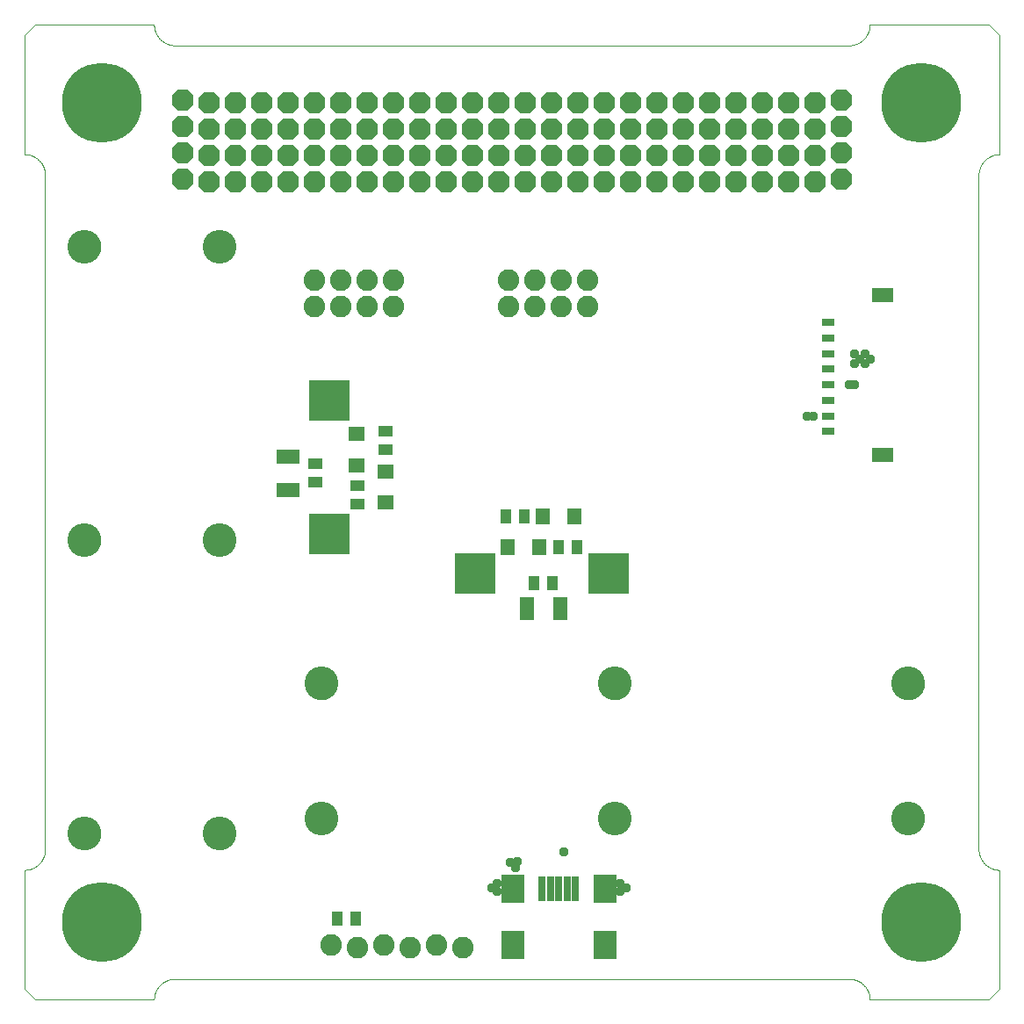
<source format=gts>
G75*
%MOIN*%
%OFA0B0*%
%FSLAX25Y25*%
%IPPOS*%
%LPD*%
%AMOC8*
5,1,8,0,0,1.08239X$1,22.5*
%
%ADD10OC8,0.08200*%
%ADD11C,0.00000*%
%ADD12C,0.30328*%
%ADD13C,0.12808*%
%ADD14R,0.15800X0.15800*%
%ADD15C,0.08200*%
%ADD16R,0.04737X0.03162*%
%ADD17R,0.07887X0.05721*%
%ADD18R,0.02769X0.09658*%
%ADD19R,0.08674X0.10643*%
%ADD20R,0.03950X0.05524*%
%ADD21R,0.05524X0.08674*%
%ADD22R,0.08674X0.05524*%
%ADD23R,0.05524X0.03950*%
%ADD24R,0.05524X0.06312*%
%ADD25R,0.06312X0.05524*%
%ADD26C,0.03778*%
D10*
X0157904Y0398415D03*
X0147904Y0399415D03*
X0157904Y0408415D03*
X0147904Y0409415D03*
X0147904Y0419415D03*
X0157904Y0418415D03*
X0167904Y0418415D03*
X0177904Y0418415D03*
X0187904Y0418415D03*
X0197904Y0418415D03*
X0207904Y0418415D03*
X0217904Y0418415D03*
X0227904Y0418415D03*
X0237904Y0418415D03*
X0247904Y0418415D03*
X0257904Y0418415D03*
X0267904Y0418415D03*
X0277904Y0418415D03*
X0287904Y0418415D03*
X0297904Y0418415D03*
X0307904Y0418415D03*
X0317904Y0418415D03*
X0327904Y0418415D03*
X0337904Y0418415D03*
X0347904Y0418415D03*
X0357904Y0418415D03*
X0367904Y0418415D03*
X0377904Y0418415D03*
X0387904Y0418415D03*
X0397904Y0419415D03*
X0397904Y0409415D03*
X0387904Y0408415D03*
X0397904Y0399415D03*
X0387904Y0398415D03*
X0377904Y0398415D03*
X0377904Y0408415D03*
X0367904Y0408415D03*
X0367904Y0398415D03*
X0357904Y0398415D03*
X0357904Y0408415D03*
X0347904Y0408415D03*
X0347904Y0398415D03*
X0337904Y0398415D03*
X0327904Y0398415D03*
X0327904Y0408415D03*
X0337904Y0408415D03*
X0317904Y0408415D03*
X0317904Y0398415D03*
X0307904Y0398415D03*
X0307904Y0408415D03*
X0297904Y0408415D03*
X0297904Y0398415D03*
X0287904Y0398415D03*
X0287904Y0408415D03*
X0277904Y0408415D03*
X0267904Y0408415D03*
X0267904Y0398415D03*
X0277904Y0398415D03*
X0257904Y0398415D03*
X0257904Y0408415D03*
X0247904Y0408415D03*
X0247904Y0398415D03*
X0237904Y0398415D03*
X0237904Y0408415D03*
X0227904Y0408415D03*
X0227904Y0398415D03*
X0217904Y0398415D03*
X0207904Y0398415D03*
X0207904Y0408415D03*
X0217904Y0408415D03*
X0197904Y0408415D03*
X0197904Y0398415D03*
X0187904Y0398415D03*
X0187904Y0408415D03*
X0177904Y0408415D03*
X0177904Y0398415D03*
X0167904Y0398415D03*
X0167904Y0408415D03*
X0167904Y0428415D03*
X0177904Y0428415D03*
X0187904Y0428415D03*
X0197904Y0428415D03*
X0207904Y0428415D03*
X0217904Y0428415D03*
X0227904Y0428415D03*
X0237904Y0428415D03*
X0247904Y0428415D03*
X0257904Y0428415D03*
X0267904Y0428415D03*
X0277904Y0428415D03*
X0287904Y0428415D03*
X0297904Y0428415D03*
X0307904Y0428415D03*
X0317904Y0428415D03*
X0327904Y0428415D03*
X0337904Y0428415D03*
X0347904Y0428415D03*
X0357904Y0428415D03*
X0367904Y0428415D03*
X0377904Y0428415D03*
X0387904Y0428415D03*
X0397904Y0429415D03*
X0157904Y0428415D03*
X0147904Y0429415D03*
D11*
X0087864Y0091801D02*
X0091801Y0087864D01*
X0137077Y0087864D01*
X0137079Y0088054D01*
X0137086Y0088244D01*
X0137098Y0088434D01*
X0137114Y0088624D01*
X0137134Y0088813D01*
X0137160Y0089002D01*
X0137189Y0089190D01*
X0137224Y0089377D01*
X0137263Y0089563D01*
X0137306Y0089748D01*
X0137354Y0089933D01*
X0137406Y0090116D01*
X0137462Y0090297D01*
X0137523Y0090477D01*
X0137589Y0090656D01*
X0137658Y0090833D01*
X0137732Y0091009D01*
X0137810Y0091182D01*
X0137893Y0091354D01*
X0137979Y0091523D01*
X0138069Y0091691D01*
X0138164Y0091856D01*
X0138262Y0092019D01*
X0138365Y0092179D01*
X0138471Y0092337D01*
X0138581Y0092492D01*
X0138694Y0092645D01*
X0138812Y0092795D01*
X0138933Y0092941D01*
X0139057Y0093085D01*
X0139185Y0093226D01*
X0139316Y0093364D01*
X0139451Y0093499D01*
X0139589Y0093630D01*
X0139730Y0093758D01*
X0139874Y0093882D01*
X0140020Y0094003D01*
X0140170Y0094121D01*
X0140323Y0094234D01*
X0140478Y0094344D01*
X0140636Y0094450D01*
X0140796Y0094553D01*
X0140959Y0094651D01*
X0141124Y0094746D01*
X0141292Y0094836D01*
X0141461Y0094922D01*
X0141633Y0095005D01*
X0141806Y0095083D01*
X0141982Y0095157D01*
X0142159Y0095226D01*
X0142338Y0095292D01*
X0142518Y0095353D01*
X0142699Y0095409D01*
X0142882Y0095461D01*
X0143067Y0095509D01*
X0143252Y0095552D01*
X0143438Y0095591D01*
X0143625Y0095626D01*
X0143813Y0095655D01*
X0144002Y0095681D01*
X0144191Y0095701D01*
X0144381Y0095717D01*
X0144571Y0095729D01*
X0144761Y0095736D01*
X0144951Y0095738D01*
X0400856Y0095738D01*
X0401046Y0095736D01*
X0401236Y0095729D01*
X0401426Y0095717D01*
X0401616Y0095701D01*
X0401805Y0095681D01*
X0401994Y0095655D01*
X0402182Y0095626D01*
X0402369Y0095591D01*
X0402555Y0095552D01*
X0402740Y0095509D01*
X0402925Y0095461D01*
X0403108Y0095409D01*
X0403289Y0095353D01*
X0403469Y0095292D01*
X0403648Y0095226D01*
X0403825Y0095157D01*
X0404001Y0095083D01*
X0404174Y0095005D01*
X0404346Y0094922D01*
X0404515Y0094836D01*
X0404683Y0094746D01*
X0404848Y0094651D01*
X0405011Y0094553D01*
X0405171Y0094450D01*
X0405329Y0094344D01*
X0405484Y0094234D01*
X0405637Y0094121D01*
X0405787Y0094003D01*
X0405933Y0093882D01*
X0406077Y0093758D01*
X0406218Y0093630D01*
X0406356Y0093499D01*
X0406491Y0093364D01*
X0406622Y0093226D01*
X0406750Y0093085D01*
X0406874Y0092941D01*
X0406995Y0092795D01*
X0407113Y0092645D01*
X0407226Y0092492D01*
X0407336Y0092337D01*
X0407442Y0092179D01*
X0407545Y0092019D01*
X0407643Y0091856D01*
X0407738Y0091691D01*
X0407828Y0091523D01*
X0407914Y0091354D01*
X0407997Y0091182D01*
X0408075Y0091009D01*
X0408149Y0090833D01*
X0408218Y0090656D01*
X0408284Y0090477D01*
X0408345Y0090297D01*
X0408401Y0090116D01*
X0408453Y0089933D01*
X0408501Y0089748D01*
X0408544Y0089563D01*
X0408583Y0089377D01*
X0408618Y0089190D01*
X0408647Y0089002D01*
X0408673Y0088813D01*
X0408693Y0088624D01*
X0408709Y0088434D01*
X0408721Y0088244D01*
X0408728Y0088054D01*
X0408730Y0087864D01*
X0454006Y0087864D01*
X0457943Y0091801D01*
X0457943Y0137077D01*
X0457753Y0137079D01*
X0457563Y0137086D01*
X0457373Y0137098D01*
X0457183Y0137114D01*
X0456994Y0137134D01*
X0456805Y0137160D01*
X0456617Y0137189D01*
X0456430Y0137224D01*
X0456244Y0137263D01*
X0456059Y0137306D01*
X0455874Y0137354D01*
X0455691Y0137406D01*
X0455510Y0137462D01*
X0455330Y0137523D01*
X0455151Y0137589D01*
X0454974Y0137658D01*
X0454798Y0137732D01*
X0454625Y0137810D01*
X0454453Y0137893D01*
X0454284Y0137979D01*
X0454116Y0138069D01*
X0453951Y0138164D01*
X0453788Y0138262D01*
X0453628Y0138365D01*
X0453470Y0138471D01*
X0453315Y0138581D01*
X0453162Y0138694D01*
X0453012Y0138812D01*
X0452866Y0138933D01*
X0452722Y0139057D01*
X0452581Y0139185D01*
X0452443Y0139316D01*
X0452308Y0139451D01*
X0452177Y0139589D01*
X0452049Y0139730D01*
X0451925Y0139874D01*
X0451804Y0140020D01*
X0451686Y0140170D01*
X0451573Y0140323D01*
X0451463Y0140478D01*
X0451357Y0140636D01*
X0451254Y0140796D01*
X0451156Y0140959D01*
X0451061Y0141124D01*
X0450971Y0141292D01*
X0450885Y0141461D01*
X0450802Y0141633D01*
X0450724Y0141806D01*
X0450650Y0141982D01*
X0450581Y0142159D01*
X0450515Y0142338D01*
X0450454Y0142518D01*
X0450398Y0142699D01*
X0450346Y0142882D01*
X0450298Y0143067D01*
X0450255Y0143252D01*
X0450216Y0143438D01*
X0450181Y0143625D01*
X0450152Y0143813D01*
X0450126Y0144002D01*
X0450106Y0144191D01*
X0450090Y0144381D01*
X0450078Y0144571D01*
X0450071Y0144761D01*
X0450069Y0144951D01*
X0450069Y0400856D01*
X0450071Y0401046D01*
X0450078Y0401236D01*
X0450090Y0401426D01*
X0450106Y0401616D01*
X0450126Y0401805D01*
X0450152Y0401994D01*
X0450181Y0402182D01*
X0450216Y0402369D01*
X0450255Y0402555D01*
X0450298Y0402740D01*
X0450346Y0402925D01*
X0450398Y0403108D01*
X0450454Y0403289D01*
X0450515Y0403469D01*
X0450581Y0403648D01*
X0450650Y0403825D01*
X0450724Y0404001D01*
X0450802Y0404174D01*
X0450885Y0404346D01*
X0450971Y0404515D01*
X0451061Y0404683D01*
X0451156Y0404848D01*
X0451254Y0405011D01*
X0451357Y0405171D01*
X0451463Y0405329D01*
X0451573Y0405484D01*
X0451686Y0405637D01*
X0451804Y0405787D01*
X0451925Y0405933D01*
X0452049Y0406077D01*
X0452177Y0406218D01*
X0452308Y0406356D01*
X0452443Y0406491D01*
X0452581Y0406622D01*
X0452722Y0406750D01*
X0452866Y0406874D01*
X0453012Y0406995D01*
X0453162Y0407113D01*
X0453315Y0407226D01*
X0453470Y0407336D01*
X0453628Y0407442D01*
X0453788Y0407545D01*
X0453951Y0407643D01*
X0454116Y0407738D01*
X0454284Y0407828D01*
X0454453Y0407914D01*
X0454625Y0407997D01*
X0454798Y0408075D01*
X0454974Y0408149D01*
X0455151Y0408218D01*
X0455330Y0408284D01*
X0455510Y0408345D01*
X0455691Y0408401D01*
X0455874Y0408453D01*
X0456059Y0408501D01*
X0456244Y0408544D01*
X0456430Y0408583D01*
X0456617Y0408618D01*
X0456805Y0408647D01*
X0456994Y0408673D01*
X0457183Y0408693D01*
X0457373Y0408709D01*
X0457563Y0408721D01*
X0457753Y0408728D01*
X0457943Y0408730D01*
X0457943Y0454006D01*
X0454006Y0457943D01*
X0408730Y0457943D01*
X0408728Y0457753D01*
X0408721Y0457563D01*
X0408709Y0457373D01*
X0408693Y0457183D01*
X0408673Y0456994D01*
X0408647Y0456805D01*
X0408618Y0456617D01*
X0408583Y0456430D01*
X0408544Y0456244D01*
X0408501Y0456059D01*
X0408453Y0455874D01*
X0408401Y0455691D01*
X0408345Y0455510D01*
X0408284Y0455330D01*
X0408218Y0455151D01*
X0408149Y0454974D01*
X0408075Y0454798D01*
X0407997Y0454625D01*
X0407914Y0454453D01*
X0407828Y0454284D01*
X0407738Y0454116D01*
X0407643Y0453951D01*
X0407545Y0453788D01*
X0407442Y0453628D01*
X0407336Y0453470D01*
X0407226Y0453315D01*
X0407113Y0453162D01*
X0406995Y0453012D01*
X0406874Y0452866D01*
X0406750Y0452722D01*
X0406622Y0452581D01*
X0406491Y0452443D01*
X0406356Y0452308D01*
X0406218Y0452177D01*
X0406077Y0452049D01*
X0405933Y0451925D01*
X0405787Y0451804D01*
X0405637Y0451686D01*
X0405484Y0451573D01*
X0405329Y0451463D01*
X0405171Y0451357D01*
X0405011Y0451254D01*
X0404848Y0451156D01*
X0404683Y0451061D01*
X0404515Y0450971D01*
X0404346Y0450885D01*
X0404174Y0450802D01*
X0404001Y0450724D01*
X0403825Y0450650D01*
X0403648Y0450581D01*
X0403469Y0450515D01*
X0403289Y0450454D01*
X0403108Y0450398D01*
X0402925Y0450346D01*
X0402740Y0450298D01*
X0402555Y0450255D01*
X0402369Y0450216D01*
X0402182Y0450181D01*
X0401994Y0450152D01*
X0401805Y0450126D01*
X0401616Y0450106D01*
X0401426Y0450090D01*
X0401236Y0450078D01*
X0401046Y0450071D01*
X0400856Y0450069D01*
X0144951Y0450069D01*
X0144761Y0450071D01*
X0144571Y0450078D01*
X0144381Y0450090D01*
X0144191Y0450106D01*
X0144002Y0450126D01*
X0143813Y0450152D01*
X0143625Y0450181D01*
X0143438Y0450216D01*
X0143252Y0450255D01*
X0143067Y0450298D01*
X0142882Y0450346D01*
X0142699Y0450398D01*
X0142518Y0450454D01*
X0142338Y0450515D01*
X0142159Y0450581D01*
X0141982Y0450650D01*
X0141806Y0450724D01*
X0141633Y0450802D01*
X0141461Y0450885D01*
X0141292Y0450971D01*
X0141124Y0451061D01*
X0140959Y0451156D01*
X0140796Y0451254D01*
X0140636Y0451357D01*
X0140478Y0451463D01*
X0140323Y0451573D01*
X0140170Y0451686D01*
X0140020Y0451804D01*
X0139874Y0451925D01*
X0139730Y0452049D01*
X0139589Y0452177D01*
X0139451Y0452308D01*
X0139316Y0452443D01*
X0139185Y0452581D01*
X0139057Y0452722D01*
X0138933Y0452866D01*
X0138812Y0453012D01*
X0138694Y0453162D01*
X0138581Y0453315D01*
X0138471Y0453470D01*
X0138365Y0453628D01*
X0138262Y0453788D01*
X0138164Y0453951D01*
X0138069Y0454116D01*
X0137979Y0454284D01*
X0137893Y0454453D01*
X0137810Y0454625D01*
X0137732Y0454798D01*
X0137658Y0454974D01*
X0137589Y0455151D01*
X0137523Y0455330D01*
X0137462Y0455510D01*
X0137406Y0455691D01*
X0137354Y0455874D01*
X0137306Y0456059D01*
X0137263Y0456244D01*
X0137224Y0456430D01*
X0137189Y0456617D01*
X0137160Y0456805D01*
X0137134Y0456994D01*
X0137114Y0457183D01*
X0137098Y0457373D01*
X0137086Y0457563D01*
X0137079Y0457753D01*
X0137077Y0457943D01*
X0091801Y0457943D01*
X0087864Y0454006D01*
X0087864Y0408730D01*
X0088054Y0408728D01*
X0088244Y0408721D01*
X0088434Y0408709D01*
X0088624Y0408693D01*
X0088813Y0408673D01*
X0089002Y0408647D01*
X0089190Y0408618D01*
X0089377Y0408583D01*
X0089563Y0408544D01*
X0089748Y0408501D01*
X0089933Y0408453D01*
X0090116Y0408401D01*
X0090297Y0408345D01*
X0090477Y0408284D01*
X0090656Y0408218D01*
X0090833Y0408149D01*
X0091009Y0408075D01*
X0091182Y0407997D01*
X0091354Y0407914D01*
X0091523Y0407828D01*
X0091691Y0407738D01*
X0091856Y0407643D01*
X0092019Y0407545D01*
X0092179Y0407442D01*
X0092337Y0407336D01*
X0092492Y0407226D01*
X0092645Y0407113D01*
X0092795Y0406995D01*
X0092941Y0406874D01*
X0093085Y0406750D01*
X0093226Y0406622D01*
X0093364Y0406491D01*
X0093499Y0406356D01*
X0093630Y0406218D01*
X0093758Y0406077D01*
X0093882Y0405933D01*
X0094003Y0405787D01*
X0094121Y0405637D01*
X0094234Y0405484D01*
X0094344Y0405329D01*
X0094450Y0405171D01*
X0094553Y0405011D01*
X0094651Y0404848D01*
X0094746Y0404683D01*
X0094836Y0404515D01*
X0094922Y0404346D01*
X0095005Y0404174D01*
X0095083Y0404001D01*
X0095157Y0403825D01*
X0095226Y0403648D01*
X0095292Y0403469D01*
X0095353Y0403289D01*
X0095409Y0403108D01*
X0095461Y0402925D01*
X0095509Y0402740D01*
X0095552Y0402555D01*
X0095591Y0402369D01*
X0095626Y0402182D01*
X0095655Y0401994D01*
X0095681Y0401805D01*
X0095701Y0401616D01*
X0095717Y0401426D01*
X0095729Y0401236D01*
X0095736Y0401046D01*
X0095738Y0400856D01*
X0095738Y0144951D01*
X0095736Y0144761D01*
X0095729Y0144571D01*
X0095717Y0144381D01*
X0095701Y0144191D01*
X0095681Y0144002D01*
X0095655Y0143813D01*
X0095626Y0143625D01*
X0095591Y0143438D01*
X0095552Y0143252D01*
X0095509Y0143067D01*
X0095461Y0142882D01*
X0095409Y0142699D01*
X0095353Y0142518D01*
X0095292Y0142338D01*
X0095226Y0142159D01*
X0095157Y0141982D01*
X0095083Y0141806D01*
X0095005Y0141633D01*
X0094922Y0141461D01*
X0094836Y0141292D01*
X0094746Y0141124D01*
X0094651Y0140959D01*
X0094553Y0140796D01*
X0094450Y0140636D01*
X0094344Y0140478D01*
X0094234Y0140323D01*
X0094121Y0140170D01*
X0094003Y0140020D01*
X0093882Y0139874D01*
X0093758Y0139730D01*
X0093630Y0139589D01*
X0093499Y0139451D01*
X0093364Y0139316D01*
X0093226Y0139185D01*
X0093085Y0139057D01*
X0092941Y0138933D01*
X0092795Y0138812D01*
X0092645Y0138694D01*
X0092492Y0138581D01*
X0092337Y0138471D01*
X0092179Y0138365D01*
X0092019Y0138262D01*
X0091856Y0138164D01*
X0091691Y0138069D01*
X0091523Y0137979D01*
X0091354Y0137893D01*
X0091182Y0137810D01*
X0091009Y0137732D01*
X0090833Y0137658D01*
X0090656Y0137589D01*
X0090477Y0137523D01*
X0090297Y0137462D01*
X0090116Y0137406D01*
X0089933Y0137354D01*
X0089748Y0137306D01*
X0089563Y0137263D01*
X0089377Y0137224D01*
X0089190Y0137189D01*
X0089002Y0137160D01*
X0088813Y0137134D01*
X0088624Y0137114D01*
X0088434Y0137098D01*
X0088244Y0137086D01*
X0088054Y0137079D01*
X0087864Y0137077D01*
X0087864Y0091801D01*
X0104679Y0150939D02*
X0104681Y0151094D01*
X0104687Y0151248D01*
X0104697Y0151402D01*
X0104711Y0151556D01*
X0104729Y0151710D01*
X0104751Y0151863D01*
X0104776Y0152015D01*
X0104806Y0152167D01*
X0104840Y0152318D01*
X0104877Y0152468D01*
X0104918Y0152617D01*
X0104963Y0152765D01*
X0105012Y0152912D01*
X0105065Y0153057D01*
X0105121Y0153201D01*
X0105181Y0153343D01*
X0105245Y0153484D01*
X0105312Y0153623D01*
X0105383Y0153761D01*
X0105458Y0153896D01*
X0105536Y0154030D01*
X0105617Y0154161D01*
X0105702Y0154291D01*
X0105790Y0154418D01*
X0105881Y0154543D01*
X0105975Y0154665D01*
X0106073Y0154785D01*
X0106173Y0154903D01*
X0106277Y0155017D01*
X0106383Y0155129D01*
X0106493Y0155239D01*
X0106605Y0155345D01*
X0106719Y0155449D01*
X0106837Y0155549D01*
X0106957Y0155647D01*
X0107079Y0155741D01*
X0107204Y0155832D01*
X0107331Y0155920D01*
X0107461Y0156005D01*
X0107592Y0156086D01*
X0107726Y0156164D01*
X0107861Y0156239D01*
X0107999Y0156310D01*
X0108138Y0156377D01*
X0108279Y0156441D01*
X0108421Y0156501D01*
X0108565Y0156557D01*
X0108710Y0156610D01*
X0108857Y0156659D01*
X0109005Y0156704D01*
X0109154Y0156745D01*
X0109304Y0156782D01*
X0109455Y0156816D01*
X0109607Y0156846D01*
X0109759Y0156871D01*
X0109912Y0156893D01*
X0110066Y0156911D01*
X0110220Y0156925D01*
X0110374Y0156935D01*
X0110528Y0156941D01*
X0110683Y0156943D01*
X0110838Y0156941D01*
X0110992Y0156935D01*
X0111146Y0156925D01*
X0111300Y0156911D01*
X0111454Y0156893D01*
X0111607Y0156871D01*
X0111759Y0156846D01*
X0111911Y0156816D01*
X0112062Y0156782D01*
X0112212Y0156745D01*
X0112361Y0156704D01*
X0112509Y0156659D01*
X0112656Y0156610D01*
X0112801Y0156557D01*
X0112945Y0156501D01*
X0113087Y0156441D01*
X0113228Y0156377D01*
X0113367Y0156310D01*
X0113505Y0156239D01*
X0113640Y0156164D01*
X0113774Y0156086D01*
X0113905Y0156005D01*
X0114035Y0155920D01*
X0114162Y0155832D01*
X0114287Y0155741D01*
X0114409Y0155647D01*
X0114529Y0155549D01*
X0114647Y0155449D01*
X0114761Y0155345D01*
X0114873Y0155239D01*
X0114983Y0155129D01*
X0115089Y0155017D01*
X0115193Y0154903D01*
X0115293Y0154785D01*
X0115391Y0154665D01*
X0115485Y0154543D01*
X0115576Y0154418D01*
X0115664Y0154291D01*
X0115749Y0154161D01*
X0115830Y0154030D01*
X0115908Y0153896D01*
X0115983Y0153761D01*
X0116054Y0153623D01*
X0116121Y0153484D01*
X0116185Y0153343D01*
X0116245Y0153201D01*
X0116301Y0153057D01*
X0116354Y0152912D01*
X0116403Y0152765D01*
X0116448Y0152617D01*
X0116489Y0152468D01*
X0116526Y0152318D01*
X0116560Y0152167D01*
X0116590Y0152015D01*
X0116615Y0151863D01*
X0116637Y0151710D01*
X0116655Y0151556D01*
X0116669Y0151402D01*
X0116679Y0151248D01*
X0116685Y0151094D01*
X0116687Y0150939D01*
X0116685Y0150784D01*
X0116679Y0150630D01*
X0116669Y0150476D01*
X0116655Y0150322D01*
X0116637Y0150168D01*
X0116615Y0150015D01*
X0116590Y0149863D01*
X0116560Y0149711D01*
X0116526Y0149560D01*
X0116489Y0149410D01*
X0116448Y0149261D01*
X0116403Y0149113D01*
X0116354Y0148966D01*
X0116301Y0148821D01*
X0116245Y0148677D01*
X0116185Y0148535D01*
X0116121Y0148394D01*
X0116054Y0148255D01*
X0115983Y0148117D01*
X0115908Y0147982D01*
X0115830Y0147848D01*
X0115749Y0147717D01*
X0115664Y0147587D01*
X0115576Y0147460D01*
X0115485Y0147335D01*
X0115391Y0147213D01*
X0115293Y0147093D01*
X0115193Y0146975D01*
X0115089Y0146861D01*
X0114983Y0146749D01*
X0114873Y0146639D01*
X0114761Y0146533D01*
X0114647Y0146429D01*
X0114529Y0146329D01*
X0114409Y0146231D01*
X0114287Y0146137D01*
X0114162Y0146046D01*
X0114035Y0145958D01*
X0113905Y0145873D01*
X0113774Y0145792D01*
X0113640Y0145714D01*
X0113505Y0145639D01*
X0113367Y0145568D01*
X0113228Y0145501D01*
X0113087Y0145437D01*
X0112945Y0145377D01*
X0112801Y0145321D01*
X0112656Y0145268D01*
X0112509Y0145219D01*
X0112361Y0145174D01*
X0112212Y0145133D01*
X0112062Y0145096D01*
X0111911Y0145062D01*
X0111759Y0145032D01*
X0111607Y0145007D01*
X0111454Y0144985D01*
X0111300Y0144967D01*
X0111146Y0144953D01*
X0110992Y0144943D01*
X0110838Y0144937D01*
X0110683Y0144935D01*
X0110528Y0144937D01*
X0110374Y0144943D01*
X0110220Y0144953D01*
X0110066Y0144967D01*
X0109912Y0144985D01*
X0109759Y0145007D01*
X0109607Y0145032D01*
X0109455Y0145062D01*
X0109304Y0145096D01*
X0109154Y0145133D01*
X0109005Y0145174D01*
X0108857Y0145219D01*
X0108710Y0145268D01*
X0108565Y0145321D01*
X0108421Y0145377D01*
X0108279Y0145437D01*
X0108138Y0145501D01*
X0107999Y0145568D01*
X0107861Y0145639D01*
X0107726Y0145714D01*
X0107592Y0145792D01*
X0107461Y0145873D01*
X0107331Y0145958D01*
X0107204Y0146046D01*
X0107079Y0146137D01*
X0106957Y0146231D01*
X0106837Y0146329D01*
X0106719Y0146429D01*
X0106605Y0146533D01*
X0106493Y0146639D01*
X0106383Y0146749D01*
X0106277Y0146861D01*
X0106173Y0146975D01*
X0106073Y0147093D01*
X0105975Y0147213D01*
X0105881Y0147335D01*
X0105790Y0147460D01*
X0105702Y0147587D01*
X0105617Y0147717D01*
X0105536Y0147848D01*
X0105458Y0147982D01*
X0105383Y0148117D01*
X0105312Y0148255D01*
X0105245Y0148394D01*
X0105181Y0148535D01*
X0105121Y0148677D01*
X0105065Y0148821D01*
X0105012Y0148966D01*
X0104963Y0149113D01*
X0104918Y0149261D01*
X0104877Y0149410D01*
X0104840Y0149560D01*
X0104806Y0149711D01*
X0104776Y0149863D01*
X0104751Y0150015D01*
X0104729Y0150168D01*
X0104711Y0150322D01*
X0104697Y0150476D01*
X0104687Y0150630D01*
X0104681Y0150784D01*
X0104679Y0150939D01*
X0155860Y0150939D02*
X0155862Y0151094D01*
X0155868Y0151248D01*
X0155878Y0151402D01*
X0155892Y0151556D01*
X0155910Y0151710D01*
X0155932Y0151863D01*
X0155957Y0152015D01*
X0155987Y0152167D01*
X0156021Y0152318D01*
X0156058Y0152468D01*
X0156099Y0152617D01*
X0156144Y0152765D01*
X0156193Y0152912D01*
X0156246Y0153057D01*
X0156302Y0153201D01*
X0156362Y0153343D01*
X0156426Y0153484D01*
X0156493Y0153623D01*
X0156564Y0153761D01*
X0156639Y0153896D01*
X0156717Y0154030D01*
X0156798Y0154161D01*
X0156883Y0154291D01*
X0156971Y0154418D01*
X0157062Y0154543D01*
X0157156Y0154665D01*
X0157254Y0154785D01*
X0157354Y0154903D01*
X0157458Y0155017D01*
X0157564Y0155129D01*
X0157674Y0155239D01*
X0157786Y0155345D01*
X0157900Y0155449D01*
X0158018Y0155549D01*
X0158138Y0155647D01*
X0158260Y0155741D01*
X0158385Y0155832D01*
X0158512Y0155920D01*
X0158642Y0156005D01*
X0158773Y0156086D01*
X0158907Y0156164D01*
X0159042Y0156239D01*
X0159180Y0156310D01*
X0159319Y0156377D01*
X0159460Y0156441D01*
X0159602Y0156501D01*
X0159746Y0156557D01*
X0159891Y0156610D01*
X0160038Y0156659D01*
X0160186Y0156704D01*
X0160335Y0156745D01*
X0160485Y0156782D01*
X0160636Y0156816D01*
X0160788Y0156846D01*
X0160940Y0156871D01*
X0161093Y0156893D01*
X0161247Y0156911D01*
X0161401Y0156925D01*
X0161555Y0156935D01*
X0161709Y0156941D01*
X0161864Y0156943D01*
X0162019Y0156941D01*
X0162173Y0156935D01*
X0162327Y0156925D01*
X0162481Y0156911D01*
X0162635Y0156893D01*
X0162788Y0156871D01*
X0162940Y0156846D01*
X0163092Y0156816D01*
X0163243Y0156782D01*
X0163393Y0156745D01*
X0163542Y0156704D01*
X0163690Y0156659D01*
X0163837Y0156610D01*
X0163982Y0156557D01*
X0164126Y0156501D01*
X0164268Y0156441D01*
X0164409Y0156377D01*
X0164548Y0156310D01*
X0164686Y0156239D01*
X0164821Y0156164D01*
X0164955Y0156086D01*
X0165086Y0156005D01*
X0165216Y0155920D01*
X0165343Y0155832D01*
X0165468Y0155741D01*
X0165590Y0155647D01*
X0165710Y0155549D01*
X0165828Y0155449D01*
X0165942Y0155345D01*
X0166054Y0155239D01*
X0166164Y0155129D01*
X0166270Y0155017D01*
X0166374Y0154903D01*
X0166474Y0154785D01*
X0166572Y0154665D01*
X0166666Y0154543D01*
X0166757Y0154418D01*
X0166845Y0154291D01*
X0166930Y0154161D01*
X0167011Y0154030D01*
X0167089Y0153896D01*
X0167164Y0153761D01*
X0167235Y0153623D01*
X0167302Y0153484D01*
X0167366Y0153343D01*
X0167426Y0153201D01*
X0167482Y0153057D01*
X0167535Y0152912D01*
X0167584Y0152765D01*
X0167629Y0152617D01*
X0167670Y0152468D01*
X0167707Y0152318D01*
X0167741Y0152167D01*
X0167771Y0152015D01*
X0167796Y0151863D01*
X0167818Y0151710D01*
X0167836Y0151556D01*
X0167850Y0151402D01*
X0167860Y0151248D01*
X0167866Y0151094D01*
X0167868Y0150939D01*
X0167866Y0150784D01*
X0167860Y0150630D01*
X0167850Y0150476D01*
X0167836Y0150322D01*
X0167818Y0150168D01*
X0167796Y0150015D01*
X0167771Y0149863D01*
X0167741Y0149711D01*
X0167707Y0149560D01*
X0167670Y0149410D01*
X0167629Y0149261D01*
X0167584Y0149113D01*
X0167535Y0148966D01*
X0167482Y0148821D01*
X0167426Y0148677D01*
X0167366Y0148535D01*
X0167302Y0148394D01*
X0167235Y0148255D01*
X0167164Y0148117D01*
X0167089Y0147982D01*
X0167011Y0147848D01*
X0166930Y0147717D01*
X0166845Y0147587D01*
X0166757Y0147460D01*
X0166666Y0147335D01*
X0166572Y0147213D01*
X0166474Y0147093D01*
X0166374Y0146975D01*
X0166270Y0146861D01*
X0166164Y0146749D01*
X0166054Y0146639D01*
X0165942Y0146533D01*
X0165828Y0146429D01*
X0165710Y0146329D01*
X0165590Y0146231D01*
X0165468Y0146137D01*
X0165343Y0146046D01*
X0165216Y0145958D01*
X0165086Y0145873D01*
X0164955Y0145792D01*
X0164821Y0145714D01*
X0164686Y0145639D01*
X0164548Y0145568D01*
X0164409Y0145501D01*
X0164268Y0145437D01*
X0164126Y0145377D01*
X0163982Y0145321D01*
X0163837Y0145268D01*
X0163690Y0145219D01*
X0163542Y0145174D01*
X0163393Y0145133D01*
X0163243Y0145096D01*
X0163092Y0145062D01*
X0162940Y0145032D01*
X0162788Y0145007D01*
X0162635Y0144985D01*
X0162481Y0144967D01*
X0162327Y0144953D01*
X0162173Y0144943D01*
X0162019Y0144937D01*
X0161864Y0144935D01*
X0161709Y0144937D01*
X0161555Y0144943D01*
X0161401Y0144953D01*
X0161247Y0144967D01*
X0161093Y0144985D01*
X0160940Y0145007D01*
X0160788Y0145032D01*
X0160636Y0145062D01*
X0160485Y0145096D01*
X0160335Y0145133D01*
X0160186Y0145174D01*
X0160038Y0145219D01*
X0159891Y0145268D01*
X0159746Y0145321D01*
X0159602Y0145377D01*
X0159460Y0145437D01*
X0159319Y0145501D01*
X0159180Y0145568D01*
X0159042Y0145639D01*
X0158907Y0145714D01*
X0158773Y0145792D01*
X0158642Y0145873D01*
X0158512Y0145958D01*
X0158385Y0146046D01*
X0158260Y0146137D01*
X0158138Y0146231D01*
X0158018Y0146329D01*
X0157900Y0146429D01*
X0157786Y0146533D01*
X0157674Y0146639D01*
X0157564Y0146749D01*
X0157458Y0146861D01*
X0157354Y0146975D01*
X0157254Y0147093D01*
X0157156Y0147213D01*
X0157062Y0147335D01*
X0156971Y0147460D01*
X0156883Y0147587D01*
X0156798Y0147717D01*
X0156717Y0147848D01*
X0156639Y0147982D01*
X0156564Y0148117D01*
X0156493Y0148255D01*
X0156426Y0148394D01*
X0156362Y0148535D01*
X0156302Y0148677D01*
X0156246Y0148821D01*
X0156193Y0148966D01*
X0156144Y0149113D01*
X0156099Y0149261D01*
X0156058Y0149410D01*
X0156021Y0149560D01*
X0155987Y0149711D01*
X0155957Y0149863D01*
X0155932Y0150015D01*
X0155910Y0150168D01*
X0155892Y0150322D01*
X0155878Y0150476D01*
X0155868Y0150630D01*
X0155862Y0150784D01*
X0155860Y0150939D01*
X0194466Y0156683D02*
X0194468Y0156838D01*
X0194474Y0156992D01*
X0194484Y0157146D01*
X0194498Y0157300D01*
X0194516Y0157454D01*
X0194538Y0157607D01*
X0194563Y0157759D01*
X0194593Y0157911D01*
X0194627Y0158062D01*
X0194664Y0158212D01*
X0194705Y0158361D01*
X0194750Y0158509D01*
X0194799Y0158656D01*
X0194852Y0158801D01*
X0194908Y0158945D01*
X0194968Y0159087D01*
X0195032Y0159228D01*
X0195099Y0159367D01*
X0195170Y0159505D01*
X0195245Y0159640D01*
X0195323Y0159774D01*
X0195404Y0159905D01*
X0195489Y0160035D01*
X0195577Y0160162D01*
X0195668Y0160287D01*
X0195762Y0160409D01*
X0195860Y0160529D01*
X0195960Y0160647D01*
X0196064Y0160761D01*
X0196170Y0160873D01*
X0196280Y0160983D01*
X0196392Y0161089D01*
X0196506Y0161193D01*
X0196624Y0161293D01*
X0196744Y0161391D01*
X0196866Y0161485D01*
X0196991Y0161576D01*
X0197118Y0161664D01*
X0197248Y0161749D01*
X0197379Y0161830D01*
X0197513Y0161908D01*
X0197648Y0161983D01*
X0197786Y0162054D01*
X0197925Y0162121D01*
X0198066Y0162185D01*
X0198208Y0162245D01*
X0198352Y0162301D01*
X0198497Y0162354D01*
X0198644Y0162403D01*
X0198792Y0162448D01*
X0198941Y0162489D01*
X0199091Y0162526D01*
X0199242Y0162560D01*
X0199394Y0162590D01*
X0199546Y0162615D01*
X0199699Y0162637D01*
X0199853Y0162655D01*
X0200007Y0162669D01*
X0200161Y0162679D01*
X0200315Y0162685D01*
X0200470Y0162687D01*
X0200625Y0162685D01*
X0200779Y0162679D01*
X0200933Y0162669D01*
X0201087Y0162655D01*
X0201241Y0162637D01*
X0201394Y0162615D01*
X0201546Y0162590D01*
X0201698Y0162560D01*
X0201849Y0162526D01*
X0201999Y0162489D01*
X0202148Y0162448D01*
X0202296Y0162403D01*
X0202443Y0162354D01*
X0202588Y0162301D01*
X0202732Y0162245D01*
X0202874Y0162185D01*
X0203015Y0162121D01*
X0203154Y0162054D01*
X0203292Y0161983D01*
X0203427Y0161908D01*
X0203561Y0161830D01*
X0203692Y0161749D01*
X0203822Y0161664D01*
X0203949Y0161576D01*
X0204074Y0161485D01*
X0204196Y0161391D01*
X0204316Y0161293D01*
X0204434Y0161193D01*
X0204548Y0161089D01*
X0204660Y0160983D01*
X0204770Y0160873D01*
X0204876Y0160761D01*
X0204980Y0160647D01*
X0205080Y0160529D01*
X0205178Y0160409D01*
X0205272Y0160287D01*
X0205363Y0160162D01*
X0205451Y0160035D01*
X0205536Y0159905D01*
X0205617Y0159774D01*
X0205695Y0159640D01*
X0205770Y0159505D01*
X0205841Y0159367D01*
X0205908Y0159228D01*
X0205972Y0159087D01*
X0206032Y0158945D01*
X0206088Y0158801D01*
X0206141Y0158656D01*
X0206190Y0158509D01*
X0206235Y0158361D01*
X0206276Y0158212D01*
X0206313Y0158062D01*
X0206347Y0157911D01*
X0206377Y0157759D01*
X0206402Y0157607D01*
X0206424Y0157454D01*
X0206442Y0157300D01*
X0206456Y0157146D01*
X0206466Y0156992D01*
X0206472Y0156838D01*
X0206474Y0156683D01*
X0206472Y0156528D01*
X0206466Y0156374D01*
X0206456Y0156220D01*
X0206442Y0156066D01*
X0206424Y0155912D01*
X0206402Y0155759D01*
X0206377Y0155607D01*
X0206347Y0155455D01*
X0206313Y0155304D01*
X0206276Y0155154D01*
X0206235Y0155005D01*
X0206190Y0154857D01*
X0206141Y0154710D01*
X0206088Y0154565D01*
X0206032Y0154421D01*
X0205972Y0154279D01*
X0205908Y0154138D01*
X0205841Y0153999D01*
X0205770Y0153861D01*
X0205695Y0153726D01*
X0205617Y0153592D01*
X0205536Y0153461D01*
X0205451Y0153331D01*
X0205363Y0153204D01*
X0205272Y0153079D01*
X0205178Y0152957D01*
X0205080Y0152837D01*
X0204980Y0152719D01*
X0204876Y0152605D01*
X0204770Y0152493D01*
X0204660Y0152383D01*
X0204548Y0152277D01*
X0204434Y0152173D01*
X0204316Y0152073D01*
X0204196Y0151975D01*
X0204074Y0151881D01*
X0203949Y0151790D01*
X0203822Y0151702D01*
X0203692Y0151617D01*
X0203561Y0151536D01*
X0203427Y0151458D01*
X0203292Y0151383D01*
X0203154Y0151312D01*
X0203015Y0151245D01*
X0202874Y0151181D01*
X0202732Y0151121D01*
X0202588Y0151065D01*
X0202443Y0151012D01*
X0202296Y0150963D01*
X0202148Y0150918D01*
X0201999Y0150877D01*
X0201849Y0150840D01*
X0201698Y0150806D01*
X0201546Y0150776D01*
X0201394Y0150751D01*
X0201241Y0150729D01*
X0201087Y0150711D01*
X0200933Y0150697D01*
X0200779Y0150687D01*
X0200625Y0150681D01*
X0200470Y0150679D01*
X0200315Y0150681D01*
X0200161Y0150687D01*
X0200007Y0150697D01*
X0199853Y0150711D01*
X0199699Y0150729D01*
X0199546Y0150751D01*
X0199394Y0150776D01*
X0199242Y0150806D01*
X0199091Y0150840D01*
X0198941Y0150877D01*
X0198792Y0150918D01*
X0198644Y0150963D01*
X0198497Y0151012D01*
X0198352Y0151065D01*
X0198208Y0151121D01*
X0198066Y0151181D01*
X0197925Y0151245D01*
X0197786Y0151312D01*
X0197648Y0151383D01*
X0197513Y0151458D01*
X0197379Y0151536D01*
X0197248Y0151617D01*
X0197118Y0151702D01*
X0196991Y0151790D01*
X0196866Y0151881D01*
X0196744Y0151975D01*
X0196624Y0152073D01*
X0196506Y0152173D01*
X0196392Y0152277D01*
X0196280Y0152383D01*
X0196170Y0152493D01*
X0196064Y0152605D01*
X0195960Y0152719D01*
X0195860Y0152837D01*
X0195762Y0152957D01*
X0195668Y0153079D01*
X0195577Y0153204D01*
X0195489Y0153331D01*
X0195404Y0153461D01*
X0195323Y0153592D01*
X0195245Y0153726D01*
X0195170Y0153861D01*
X0195099Y0153999D01*
X0195032Y0154138D01*
X0194968Y0154279D01*
X0194908Y0154421D01*
X0194852Y0154565D01*
X0194799Y0154710D01*
X0194750Y0154857D01*
X0194705Y0155005D01*
X0194664Y0155154D01*
X0194627Y0155304D01*
X0194593Y0155455D01*
X0194563Y0155607D01*
X0194538Y0155759D01*
X0194516Y0155912D01*
X0194498Y0156066D01*
X0194484Y0156220D01*
X0194474Y0156374D01*
X0194468Y0156528D01*
X0194466Y0156683D01*
X0194466Y0207864D02*
X0194468Y0208019D01*
X0194474Y0208173D01*
X0194484Y0208327D01*
X0194498Y0208481D01*
X0194516Y0208635D01*
X0194538Y0208788D01*
X0194563Y0208940D01*
X0194593Y0209092D01*
X0194627Y0209243D01*
X0194664Y0209393D01*
X0194705Y0209542D01*
X0194750Y0209690D01*
X0194799Y0209837D01*
X0194852Y0209982D01*
X0194908Y0210126D01*
X0194968Y0210268D01*
X0195032Y0210409D01*
X0195099Y0210548D01*
X0195170Y0210686D01*
X0195245Y0210821D01*
X0195323Y0210955D01*
X0195404Y0211086D01*
X0195489Y0211216D01*
X0195577Y0211343D01*
X0195668Y0211468D01*
X0195762Y0211590D01*
X0195860Y0211710D01*
X0195960Y0211828D01*
X0196064Y0211942D01*
X0196170Y0212054D01*
X0196280Y0212164D01*
X0196392Y0212270D01*
X0196506Y0212374D01*
X0196624Y0212474D01*
X0196744Y0212572D01*
X0196866Y0212666D01*
X0196991Y0212757D01*
X0197118Y0212845D01*
X0197248Y0212930D01*
X0197379Y0213011D01*
X0197513Y0213089D01*
X0197648Y0213164D01*
X0197786Y0213235D01*
X0197925Y0213302D01*
X0198066Y0213366D01*
X0198208Y0213426D01*
X0198352Y0213482D01*
X0198497Y0213535D01*
X0198644Y0213584D01*
X0198792Y0213629D01*
X0198941Y0213670D01*
X0199091Y0213707D01*
X0199242Y0213741D01*
X0199394Y0213771D01*
X0199546Y0213796D01*
X0199699Y0213818D01*
X0199853Y0213836D01*
X0200007Y0213850D01*
X0200161Y0213860D01*
X0200315Y0213866D01*
X0200470Y0213868D01*
X0200625Y0213866D01*
X0200779Y0213860D01*
X0200933Y0213850D01*
X0201087Y0213836D01*
X0201241Y0213818D01*
X0201394Y0213796D01*
X0201546Y0213771D01*
X0201698Y0213741D01*
X0201849Y0213707D01*
X0201999Y0213670D01*
X0202148Y0213629D01*
X0202296Y0213584D01*
X0202443Y0213535D01*
X0202588Y0213482D01*
X0202732Y0213426D01*
X0202874Y0213366D01*
X0203015Y0213302D01*
X0203154Y0213235D01*
X0203292Y0213164D01*
X0203427Y0213089D01*
X0203561Y0213011D01*
X0203692Y0212930D01*
X0203822Y0212845D01*
X0203949Y0212757D01*
X0204074Y0212666D01*
X0204196Y0212572D01*
X0204316Y0212474D01*
X0204434Y0212374D01*
X0204548Y0212270D01*
X0204660Y0212164D01*
X0204770Y0212054D01*
X0204876Y0211942D01*
X0204980Y0211828D01*
X0205080Y0211710D01*
X0205178Y0211590D01*
X0205272Y0211468D01*
X0205363Y0211343D01*
X0205451Y0211216D01*
X0205536Y0211086D01*
X0205617Y0210955D01*
X0205695Y0210821D01*
X0205770Y0210686D01*
X0205841Y0210548D01*
X0205908Y0210409D01*
X0205972Y0210268D01*
X0206032Y0210126D01*
X0206088Y0209982D01*
X0206141Y0209837D01*
X0206190Y0209690D01*
X0206235Y0209542D01*
X0206276Y0209393D01*
X0206313Y0209243D01*
X0206347Y0209092D01*
X0206377Y0208940D01*
X0206402Y0208788D01*
X0206424Y0208635D01*
X0206442Y0208481D01*
X0206456Y0208327D01*
X0206466Y0208173D01*
X0206472Y0208019D01*
X0206474Y0207864D01*
X0206472Y0207709D01*
X0206466Y0207555D01*
X0206456Y0207401D01*
X0206442Y0207247D01*
X0206424Y0207093D01*
X0206402Y0206940D01*
X0206377Y0206788D01*
X0206347Y0206636D01*
X0206313Y0206485D01*
X0206276Y0206335D01*
X0206235Y0206186D01*
X0206190Y0206038D01*
X0206141Y0205891D01*
X0206088Y0205746D01*
X0206032Y0205602D01*
X0205972Y0205460D01*
X0205908Y0205319D01*
X0205841Y0205180D01*
X0205770Y0205042D01*
X0205695Y0204907D01*
X0205617Y0204773D01*
X0205536Y0204642D01*
X0205451Y0204512D01*
X0205363Y0204385D01*
X0205272Y0204260D01*
X0205178Y0204138D01*
X0205080Y0204018D01*
X0204980Y0203900D01*
X0204876Y0203786D01*
X0204770Y0203674D01*
X0204660Y0203564D01*
X0204548Y0203458D01*
X0204434Y0203354D01*
X0204316Y0203254D01*
X0204196Y0203156D01*
X0204074Y0203062D01*
X0203949Y0202971D01*
X0203822Y0202883D01*
X0203692Y0202798D01*
X0203561Y0202717D01*
X0203427Y0202639D01*
X0203292Y0202564D01*
X0203154Y0202493D01*
X0203015Y0202426D01*
X0202874Y0202362D01*
X0202732Y0202302D01*
X0202588Y0202246D01*
X0202443Y0202193D01*
X0202296Y0202144D01*
X0202148Y0202099D01*
X0201999Y0202058D01*
X0201849Y0202021D01*
X0201698Y0201987D01*
X0201546Y0201957D01*
X0201394Y0201932D01*
X0201241Y0201910D01*
X0201087Y0201892D01*
X0200933Y0201878D01*
X0200779Y0201868D01*
X0200625Y0201862D01*
X0200470Y0201860D01*
X0200315Y0201862D01*
X0200161Y0201868D01*
X0200007Y0201878D01*
X0199853Y0201892D01*
X0199699Y0201910D01*
X0199546Y0201932D01*
X0199394Y0201957D01*
X0199242Y0201987D01*
X0199091Y0202021D01*
X0198941Y0202058D01*
X0198792Y0202099D01*
X0198644Y0202144D01*
X0198497Y0202193D01*
X0198352Y0202246D01*
X0198208Y0202302D01*
X0198066Y0202362D01*
X0197925Y0202426D01*
X0197786Y0202493D01*
X0197648Y0202564D01*
X0197513Y0202639D01*
X0197379Y0202717D01*
X0197248Y0202798D01*
X0197118Y0202883D01*
X0196991Y0202971D01*
X0196866Y0203062D01*
X0196744Y0203156D01*
X0196624Y0203254D01*
X0196506Y0203354D01*
X0196392Y0203458D01*
X0196280Y0203564D01*
X0196170Y0203674D01*
X0196064Y0203786D01*
X0195960Y0203900D01*
X0195860Y0204018D01*
X0195762Y0204138D01*
X0195668Y0204260D01*
X0195577Y0204385D01*
X0195489Y0204512D01*
X0195404Y0204642D01*
X0195323Y0204773D01*
X0195245Y0204907D01*
X0195170Y0205042D01*
X0195099Y0205180D01*
X0195032Y0205319D01*
X0194968Y0205460D01*
X0194908Y0205602D01*
X0194852Y0205746D01*
X0194799Y0205891D01*
X0194750Y0206038D01*
X0194705Y0206186D01*
X0194664Y0206335D01*
X0194627Y0206485D01*
X0194593Y0206636D01*
X0194563Y0206788D01*
X0194538Y0206940D01*
X0194516Y0207093D01*
X0194498Y0207247D01*
X0194484Y0207401D01*
X0194474Y0207555D01*
X0194468Y0207709D01*
X0194466Y0207864D01*
X0155860Y0262356D02*
X0155862Y0262511D01*
X0155868Y0262665D01*
X0155878Y0262819D01*
X0155892Y0262973D01*
X0155910Y0263127D01*
X0155932Y0263280D01*
X0155957Y0263432D01*
X0155987Y0263584D01*
X0156021Y0263735D01*
X0156058Y0263885D01*
X0156099Y0264034D01*
X0156144Y0264182D01*
X0156193Y0264329D01*
X0156246Y0264474D01*
X0156302Y0264618D01*
X0156362Y0264760D01*
X0156426Y0264901D01*
X0156493Y0265040D01*
X0156564Y0265178D01*
X0156639Y0265313D01*
X0156717Y0265447D01*
X0156798Y0265578D01*
X0156883Y0265708D01*
X0156971Y0265835D01*
X0157062Y0265960D01*
X0157156Y0266082D01*
X0157254Y0266202D01*
X0157354Y0266320D01*
X0157458Y0266434D01*
X0157564Y0266546D01*
X0157674Y0266656D01*
X0157786Y0266762D01*
X0157900Y0266866D01*
X0158018Y0266966D01*
X0158138Y0267064D01*
X0158260Y0267158D01*
X0158385Y0267249D01*
X0158512Y0267337D01*
X0158642Y0267422D01*
X0158773Y0267503D01*
X0158907Y0267581D01*
X0159042Y0267656D01*
X0159180Y0267727D01*
X0159319Y0267794D01*
X0159460Y0267858D01*
X0159602Y0267918D01*
X0159746Y0267974D01*
X0159891Y0268027D01*
X0160038Y0268076D01*
X0160186Y0268121D01*
X0160335Y0268162D01*
X0160485Y0268199D01*
X0160636Y0268233D01*
X0160788Y0268263D01*
X0160940Y0268288D01*
X0161093Y0268310D01*
X0161247Y0268328D01*
X0161401Y0268342D01*
X0161555Y0268352D01*
X0161709Y0268358D01*
X0161864Y0268360D01*
X0162019Y0268358D01*
X0162173Y0268352D01*
X0162327Y0268342D01*
X0162481Y0268328D01*
X0162635Y0268310D01*
X0162788Y0268288D01*
X0162940Y0268263D01*
X0163092Y0268233D01*
X0163243Y0268199D01*
X0163393Y0268162D01*
X0163542Y0268121D01*
X0163690Y0268076D01*
X0163837Y0268027D01*
X0163982Y0267974D01*
X0164126Y0267918D01*
X0164268Y0267858D01*
X0164409Y0267794D01*
X0164548Y0267727D01*
X0164686Y0267656D01*
X0164821Y0267581D01*
X0164955Y0267503D01*
X0165086Y0267422D01*
X0165216Y0267337D01*
X0165343Y0267249D01*
X0165468Y0267158D01*
X0165590Y0267064D01*
X0165710Y0266966D01*
X0165828Y0266866D01*
X0165942Y0266762D01*
X0166054Y0266656D01*
X0166164Y0266546D01*
X0166270Y0266434D01*
X0166374Y0266320D01*
X0166474Y0266202D01*
X0166572Y0266082D01*
X0166666Y0265960D01*
X0166757Y0265835D01*
X0166845Y0265708D01*
X0166930Y0265578D01*
X0167011Y0265447D01*
X0167089Y0265313D01*
X0167164Y0265178D01*
X0167235Y0265040D01*
X0167302Y0264901D01*
X0167366Y0264760D01*
X0167426Y0264618D01*
X0167482Y0264474D01*
X0167535Y0264329D01*
X0167584Y0264182D01*
X0167629Y0264034D01*
X0167670Y0263885D01*
X0167707Y0263735D01*
X0167741Y0263584D01*
X0167771Y0263432D01*
X0167796Y0263280D01*
X0167818Y0263127D01*
X0167836Y0262973D01*
X0167850Y0262819D01*
X0167860Y0262665D01*
X0167866Y0262511D01*
X0167868Y0262356D01*
X0167866Y0262201D01*
X0167860Y0262047D01*
X0167850Y0261893D01*
X0167836Y0261739D01*
X0167818Y0261585D01*
X0167796Y0261432D01*
X0167771Y0261280D01*
X0167741Y0261128D01*
X0167707Y0260977D01*
X0167670Y0260827D01*
X0167629Y0260678D01*
X0167584Y0260530D01*
X0167535Y0260383D01*
X0167482Y0260238D01*
X0167426Y0260094D01*
X0167366Y0259952D01*
X0167302Y0259811D01*
X0167235Y0259672D01*
X0167164Y0259534D01*
X0167089Y0259399D01*
X0167011Y0259265D01*
X0166930Y0259134D01*
X0166845Y0259004D01*
X0166757Y0258877D01*
X0166666Y0258752D01*
X0166572Y0258630D01*
X0166474Y0258510D01*
X0166374Y0258392D01*
X0166270Y0258278D01*
X0166164Y0258166D01*
X0166054Y0258056D01*
X0165942Y0257950D01*
X0165828Y0257846D01*
X0165710Y0257746D01*
X0165590Y0257648D01*
X0165468Y0257554D01*
X0165343Y0257463D01*
X0165216Y0257375D01*
X0165086Y0257290D01*
X0164955Y0257209D01*
X0164821Y0257131D01*
X0164686Y0257056D01*
X0164548Y0256985D01*
X0164409Y0256918D01*
X0164268Y0256854D01*
X0164126Y0256794D01*
X0163982Y0256738D01*
X0163837Y0256685D01*
X0163690Y0256636D01*
X0163542Y0256591D01*
X0163393Y0256550D01*
X0163243Y0256513D01*
X0163092Y0256479D01*
X0162940Y0256449D01*
X0162788Y0256424D01*
X0162635Y0256402D01*
X0162481Y0256384D01*
X0162327Y0256370D01*
X0162173Y0256360D01*
X0162019Y0256354D01*
X0161864Y0256352D01*
X0161709Y0256354D01*
X0161555Y0256360D01*
X0161401Y0256370D01*
X0161247Y0256384D01*
X0161093Y0256402D01*
X0160940Y0256424D01*
X0160788Y0256449D01*
X0160636Y0256479D01*
X0160485Y0256513D01*
X0160335Y0256550D01*
X0160186Y0256591D01*
X0160038Y0256636D01*
X0159891Y0256685D01*
X0159746Y0256738D01*
X0159602Y0256794D01*
X0159460Y0256854D01*
X0159319Y0256918D01*
X0159180Y0256985D01*
X0159042Y0257056D01*
X0158907Y0257131D01*
X0158773Y0257209D01*
X0158642Y0257290D01*
X0158512Y0257375D01*
X0158385Y0257463D01*
X0158260Y0257554D01*
X0158138Y0257648D01*
X0158018Y0257746D01*
X0157900Y0257846D01*
X0157786Y0257950D01*
X0157674Y0258056D01*
X0157564Y0258166D01*
X0157458Y0258278D01*
X0157354Y0258392D01*
X0157254Y0258510D01*
X0157156Y0258630D01*
X0157062Y0258752D01*
X0156971Y0258877D01*
X0156883Y0259004D01*
X0156798Y0259134D01*
X0156717Y0259265D01*
X0156639Y0259399D01*
X0156564Y0259534D01*
X0156493Y0259672D01*
X0156426Y0259811D01*
X0156362Y0259952D01*
X0156302Y0260094D01*
X0156246Y0260238D01*
X0156193Y0260383D01*
X0156144Y0260530D01*
X0156099Y0260678D01*
X0156058Y0260827D01*
X0156021Y0260977D01*
X0155987Y0261128D01*
X0155957Y0261280D01*
X0155932Y0261432D01*
X0155910Y0261585D01*
X0155892Y0261739D01*
X0155878Y0261893D01*
X0155868Y0262047D01*
X0155862Y0262201D01*
X0155860Y0262356D01*
X0104679Y0262356D02*
X0104681Y0262511D01*
X0104687Y0262665D01*
X0104697Y0262819D01*
X0104711Y0262973D01*
X0104729Y0263127D01*
X0104751Y0263280D01*
X0104776Y0263432D01*
X0104806Y0263584D01*
X0104840Y0263735D01*
X0104877Y0263885D01*
X0104918Y0264034D01*
X0104963Y0264182D01*
X0105012Y0264329D01*
X0105065Y0264474D01*
X0105121Y0264618D01*
X0105181Y0264760D01*
X0105245Y0264901D01*
X0105312Y0265040D01*
X0105383Y0265178D01*
X0105458Y0265313D01*
X0105536Y0265447D01*
X0105617Y0265578D01*
X0105702Y0265708D01*
X0105790Y0265835D01*
X0105881Y0265960D01*
X0105975Y0266082D01*
X0106073Y0266202D01*
X0106173Y0266320D01*
X0106277Y0266434D01*
X0106383Y0266546D01*
X0106493Y0266656D01*
X0106605Y0266762D01*
X0106719Y0266866D01*
X0106837Y0266966D01*
X0106957Y0267064D01*
X0107079Y0267158D01*
X0107204Y0267249D01*
X0107331Y0267337D01*
X0107461Y0267422D01*
X0107592Y0267503D01*
X0107726Y0267581D01*
X0107861Y0267656D01*
X0107999Y0267727D01*
X0108138Y0267794D01*
X0108279Y0267858D01*
X0108421Y0267918D01*
X0108565Y0267974D01*
X0108710Y0268027D01*
X0108857Y0268076D01*
X0109005Y0268121D01*
X0109154Y0268162D01*
X0109304Y0268199D01*
X0109455Y0268233D01*
X0109607Y0268263D01*
X0109759Y0268288D01*
X0109912Y0268310D01*
X0110066Y0268328D01*
X0110220Y0268342D01*
X0110374Y0268352D01*
X0110528Y0268358D01*
X0110683Y0268360D01*
X0110838Y0268358D01*
X0110992Y0268352D01*
X0111146Y0268342D01*
X0111300Y0268328D01*
X0111454Y0268310D01*
X0111607Y0268288D01*
X0111759Y0268263D01*
X0111911Y0268233D01*
X0112062Y0268199D01*
X0112212Y0268162D01*
X0112361Y0268121D01*
X0112509Y0268076D01*
X0112656Y0268027D01*
X0112801Y0267974D01*
X0112945Y0267918D01*
X0113087Y0267858D01*
X0113228Y0267794D01*
X0113367Y0267727D01*
X0113505Y0267656D01*
X0113640Y0267581D01*
X0113774Y0267503D01*
X0113905Y0267422D01*
X0114035Y0267337D01*
X0114162Y0267249D01*
X0114287Y0267158D01*
X0114409Y0267064D01*
X0114529Y0266966D01*
X0114647Y0266866D01*
X0114761Y0266762D01*
X0114873Y0266656D01*
X0114983Y0266546D01*
X0115089Y0266434D01*
X0115193Y0266320D01*
X0115293Y0266202D01*
X0115391Y0266082D01*
X0115485Y0265960D01*
X0115576Y0265835D01*
X0115664Y0265708D01*
X0115749Y0265578D01*
X0115830Y0265447D01*
X0115908Y0265313D01*
X0115983Y0265178D01*
X0116054Y0265040D01*
X0116121Y0264901D01*
X0116185Y0264760D01*
X0116245Y0264618D01*
X0116301Y0264474D01*
X0116354Y0264329D01*
X0116403Y0264182D01*
X0116448Y0264034D01*
X0116489Y0263885D01*
X0116526Y0263735D01*
X0116560Y0263584D01*
X0116590Y0263432D01*
X0116615Y0263280D01*
X0116637Y0263127D01*
X0116655Y0262973D01*
X0116669Y0262819D01*
X0116679Y0262665D01*
X0116685Y0262511D01*
X0116687Y0262356D01*
X0116685Y0262201D01*
X0116679Y0262047D01*
X0116669Y0261893D01*
X0116655Y0261739D01*
X0116637Y0261585D01*
X0116615Y0261432D01*
X0116590Y0261280D01*
X0116560Y0261128D01*
X0116526Y0260977D01*
X0116489Y0260827D01*
X0116448Y0260678D01*
X0116403Y0260530D01*
X0116354Y0260383D01*
X0116301Y0260238D01*
X0116245Y0260094D01*
X0116185Y0259952D01*
X0116121Y0259811D01*
X0116054Y0259672D01*
X0115983Y0259534D01*
X0115908Y0259399D01*
X0115830Y0259265D01*
X0115749Y0259134D01*
X0115664Y0259004D01*
X0115576Y0258877D01*
X0115485Y0258752D01*
X0115391Y0258630D01*
X0115293Y0258510D01*
X0115193Y0258392D01*
X0115089Y0258278D01*
X0114983Y0258166D01*
X0114873Y0258056D01*
X0114761Y0257950D01*
X0114647Y0257846D01*
X0114529Y0257746D01*
X0114409Y0257648D01*
X0114287Y0257554D01*
X0114162Y0257463D01*
X0114035Y0257375D01*
X0113905Y0257290D01*
X0113774Y0257209D01*
X0113640Y0257131D01*
X0113505Y0257056D01*
X0113367Y0256985D01*
X0113228Y0256918D01*
X0113087Y0256854D01*
X0112945Y0256794D01*
X0112801Y0256738D01*
X0112656Y0256685D01*
X0112509Y0256636D01*
X0112361Y0256591D01*
X0112212Y0256550D01*
X0112062Y0256513D01*
X0111911Y0256479D01*
X0111759Y0256449D01*
X0111607Y0256424D01*
X0111454Y0256402D01*
X0111300Y0256384D01*
X0111146Y0256370D01*
X0110992Y0256360D01*
X0110838Y0256354D01*
X0110683Y0256352D01*
X0110528Y0256354D01*
X0110374Y0256360D01*
X0110220Y0256370D01*
X0110066Y0256384D01*
X0109912Y0256402D01*
X0109759Y0256424D01*
X0109607Y0256449D01*
X0109455Y0256479D01*
X0109304Y0256513D01*
X0109154Y0256550D01*
X0109005Y0256591D01*
X0108857Y0256636D01*
X0108710Y0256685D01*
X0108565Y0256738D01*
X0108421Y0256794D01*
X0108279Y0256854D01*
X0108138Y0256918D01*
X0107999Y0256985D01*
X0107861Y0257056D01*
X0107726Y0257131D01*
X0107592Y0257209D01*
X0107461Y0257290D01*
X0107331Y0257375D01*
X0107204Y0257463D01*
X0107079Y0257554D01*
X0106957Y0257648D01*
X0106837Y0257746D01*
X0106719Y0257846D01*
X0106605Y0257950D01*
X0106493Y0258056D01*
X0106383Y0258166D01*
X0106277Y0258278D01*
X0106173Y0258392D01*
X0106073Y0258510D01*
X0105975Y0258630D01*
X0105881Y0258752D01*
X0105790Y0258877D01*
X0105702Y0259004D01*
X0105617Y0259134D01*
X0105536Y0259265D01*
X0105458Y0259399D01*
X0105383Y0259534D01*
X0105312Y0259672D01*
X0105245Y0259811D01*
X0105181Y0259952D01*
X0105121Y0260094D01*
X0105065Y0260238D01*
X0105012Y0260383D01*
X0104963Y0260530D01*
X0104918Y0260678D01*
X0104877Y0260827D01*
X0104840Y0260977D01*
X0104806Y0261128D01*
X0104776Y0261280D01*
X0104751Y0261432D01*
X0104729Y0261585D01*
X0104711Y0261739D01*
X0104697Y0261893D01*
X0104687Y0262047D01*
X0104681Y0262201D01*
X0104679Y0262356D01*
X0104679Y0373774D02*
X0104681Y0373929D01*
X0104687Y0374083D01*
X0104697Y0374237D01*
X0104711Y0374391D01*
X0104729Y0374545D01*
X0104751Y0374698D01*
X0104776Y0374850D01*
X0104806Y0375002D01*
X0104840Y0375153D01*
X0104877Y0375303D01*
X0104918Y0375452D01*
X0104963Y0375600D01*
X0105012Y0375747D01*
X0105065Y0375892D01*
X0105121Y0376036D01*
X0105181Y0376178D01*
X0105245Y0376319D01*
X0105312Y0376458D01*
X0105383Y0376596D01*
X0105458Y0376731D01*
X0105536Y0376865D01*
X0105617Y0376996D01*
X0105702Y0377126D01*
X0105790Y0377253D01*
X0105881Y0377378D01*
X0105975Y0377500D01*
X0106073Y0377620D01*
X0106173Y0377738D01*
X0106277Y0377852D01*
X0106383Y0377964D01*
X0106493Y0378074D01*
X0106605Y0378180D01*
X0106719Y0378284D01*
X0106837Y0378384D01*
X0106957Y0378482D01*
X0107079Y0378576D01*
X0107204Y0378667D01*
X0107331Y0378755D01*
X0107461Y0378840D01*
X0107592Y0378921D01*
X0107726Y0378999D01*
X0107861Y0379074D01*
X0107999Y0379145D01*
X0108138Y0379212D01*
X0108279Y0379276D01*
X0108421Y0379336D01*
X0108565Y0379392D01*
X0108710Y0379445D01*
X0108857Y0379494D01*
X0109005Y0379539D01*
X0109154Y0379580D01*
X0109304Y0379617D01*
X0109455Y0379651D01*
X0109607Y0379681D01*
X0109759Y0379706D01*
X0109912Y0379728D01*
X0110066Y0379746D01*
X0110220Y0379760D01*
X0110374Y0379770D01*
X0110528Y0379776D01*
X0110683Y0379778D01*
X0110838Y0379776D01*
X0110992Y0379770D01*
X0111146Y0379760D01*
X0111300Y0379746D01*
X0111454Y0379728D01*
X0111607Y0379706D01*
X0111759Y0379681D01*
X0111911Y0379651D01*
X0112062Y0379617D01*
X0112212Y0379580D01*
X0112361Y0379539D01*
X0112509Y0379494D01*
X0112656Y0379445D01*
X0112801Y0379392D01*
X0112945Y0379336D01*
X0113087Y0379276D01*
X0113228Y0379212D01*
X0113367Y0379145D01*
X0113505Y0379074D01*
X0113640Y0378999D01*
X0113774Y0378921D01*
X0113905Y0378840D01*
X0114035Y0378755D01*
X0114162Y0378667D01*
X0114287Y0378576D01*
X0114409Y0378482D01*
X0114529Y0378384D01*
X0114647Y0378284D01*
X0114761Y0378180D01*
X0114873Y0378074D01*
X0114983Y0377964D01*
X0115089Y0377852D01*
X0115193Y0377738D01*
X0115293Y0377620D01*
X0115391Y0377500D01*
X0115485Y0377378D01*
X0115576Y0377253D01*
X0115664Y0377126D01*
X0115749Y0376996D01*
X0115830Y0376865D01*
X0115908Y0376731D01*
X0115983Y0376596D01*
X0116054Y0376458D01*
X0116121Y0376319D01*
X0116185Y0376178D01*
X0116245Y0376036D01*
X0116301Y0375892D01*
X0116354Y0375747D01*
X0116403Y0375600D01*
X0116448Y0375452D01*
X0116489Y0375303D01*
X0116526Y0375153D01*
X0116560Y0375002D01*
X0116590Y0374850D01*
X0116615Y0374698D01*
X0116637Y0374545D01*
X0116655Y0374391D01*
X0116669Y0374237D01*
X0116679Y0374083D01*
X0116685Y0373929D01*
X0116687Y0373774D01*
X0116685Y0373619D01*
X0116679Y0373465D01*
X0116669Y0373311D01*
X0116655Y0373157D01*
X0116637Y0373003D01*
X0116615Y0372850D01*
X0116590Y0372698D01*
X0116560Y0372546D01*
X0116526Y0372395D01*
X0116489Y0372245D01*
X0116448Y0372096D01*
X0116403Y0371948D01*
X0116354Y0371801D01*
X0116301Y0371656D01*
X0116245Y0371512D01*
X0116185Y0371370D01*
X0116121Y0371229D01*
X0116054Y0371090D01*
X0115983Y0370952D01*
X0115908Y0370817D01*
X0115830Y0370683D01*
X0115749Y0370552D01*
X0115664Y0370422D01*
X0115576Y0370295D01*
X0115485Y0370170D01*
X0115391Y0370048D01*
X0115293Y0369928D01*
X0115193Y0369810D01*
X0115089Y0369696D01*
X0114983Y0369584D01*
X0114873Y0369474D01*
X0114761Y0369368D01*
X0114647Y0369264D01*
X0114529Y0369164D01*
X0114409Y0369066D01*
X0114287Y0368972D01*
X0114162Y0368881D01*
X0114035Y0368793D01*
X0113905Y0368708D01*
X0113774Y0368627D01*
X0113640Y0368549D01*
X0113505Y0368474D01*
X0113367Y0368403D01*
X0113228Y0368336D01*
X0113087Y0368272D01*
X0112945Y0368212D01*
X0112801Y0368156D01*
X0112656Y0368103D01*
X0112509Y0368054D01*
X0112361Y0368009D01*
X0112212Y0367968D01*
X0112062Y0367931D01*
X0111911Y0367897D01*
X0111759Y0367867D01*
X0111607Y0367842D01*
X0111454Y0367820D01*
X0111300Y0367802D01*
X0111146Y0367788D01*
X0110992Y0367778D01*
X0110838Y0367772D01*
X0110683Y0367770D01*
X0110528Y0367772D01*
X0110374Y0367778D01*
X0110220Y0367788D01*
X0110066Y0367802D01*
X0109912Y0367820D01*
X0109759Y0367842D01*
X0109607Y0367867D01*
X0109455Y0367897D01*
X0109304Y0367931D01*
X0109154Y0367968D01*
X0109005Y0368009D01*
X0108857Y0368054D01*
X0108710Y0368103D01*
X0108565Y0368156D01*
X0108421Y0368212D01*
X0108279Y0368272D01*
X0108138Y0368336D01*
X0107999Y0368403D01*
X0107861Y0368474D01*
X0107726Y0368549D01*
X0107592Y0368627D01*
X0107461Y0368708D01*
X0107331Y0368793D01*
X0107204Y0368881D01*
X0107079Y0368972D01*
X0106957Y0369066D01*
X0106837Y0369164D01*
X0106719Y0369264D01*
X0106605Y0369368D01*
X0106493Y0369474D01*
X0106383Y0369584D01*
X0106277Y0369696D01*
X0106173Y0369810D01*
X0106073Y0369928D01*
X0105975Y0370048D01*
X0105881Y0370170D01*
X0105790Y0370295D01*
X0105702Y0370422D01*
X0105617Y0370552D01*
X0105536Y0370683D01*
X0105458Y0370817D01*
X0105383Y0370952D01*
X0105312Y0371090D01*
X0105245Y0371229D01*
X0105181Y0371370D01*
X0105121Y0371512D01*
X0105065Y0371656D01*
X0105012Y0371801D01*
X0104963Y0371948D01*
X0104918Y0372096D01*
X0104877Y0372245D01*
X0104840Y0372395D01*
X0104806Y0372546D01*
X0104776Y0372698D01*
X0104751Y0372850D01*
X0104729Y0373003D01*
X0104711Y0373157D01*
X0104697Y0373311D01*
X0104687Y0373465D01*
X0104681Y0373619D01*
X0104679Y0373774D01*
X0155860Y0373774D02*
X0155862Y0373929D01*
X0155868Y0374083D01*
X0155878Y0374237D01*
X0155892Y0374391D01*
X0155910Y0374545D01*
X0155932Y0374698D01*
X0155957Y0374850D01*
X0155987Y0375002D01*
X0156021Y0375153D01*
X0156058Y0375303D01*
X0156099Y0375452D01*
X0156144Y0375600D01*
X0156193Y0375747D01*
X0156246Y0375892D01*
X0156302Y0376036D01*
X0156362Y0376178D01*
X0156426Y0376319D01*
X0156493Y0376458D01*
X0156564Y0376596D01*
X0156639Y0376731D01*
X0156717Y0376865D01*
X0156798Y0376996D01*
X0156883Y0377126D01*
X0156971Y0377253D01*
X0157062Y0377378D01*
X0157156Y0377500D01*
X0157254Y0377620D01*
X0157354Y0377738D01*
X0157458Y0377852D01*
X0157564Y0377964D01*
X0157674Y0378074D01*
X0157786Y0378180D01*
X0157900Y0378284D01*
X0158018Y0378384D01*
X0158138Y0378482D01*
X0158260Y0378576D01*
X0158385Y0378667D01*
X0158512Y0378755D01*
X0158642Y0378840D01*
X0158773Y0378921D01*
X0158907Y0378999D01*
X0159042Y0379074D01*
X0159180Y0379145D01*
X0159319Y0379212D01*
X0159460Y0379276D01*
X0159602Y0379336D01*
X0159746Y0379392D01*
X0159891Y0379445D01*
X0160038Y0379494D01*
X0160186Y0379539D01*
X0160335Y0379580D01*
X0160485Y0379617D01*
X0160636Y0379651D01*
X0160788Y0379681D01*
X0160940Y0379706D01*
X0161093Y0379728D01*
X0161247Y0379746D01*
X0161401Y0379760D01*
X0161555Y0379770D01*
X0161709Y0379776D01*
X0161864Y0379778D01*
X0162019Y0379776D01*
X0162173Y0379770D01*
X0162327Y0379760D01*
X0162481Y0379746D01*
X0162635Y0379728D01*
X0162788Y0379706D01*
X0162940Y0379681D01*
X0163092Y0379651D01*
X0163243Y0379617D01*
X0163393Y0379580D01*
X0163542Y0379539D01*
X0163690Y0379494D01*
X0163837Y0379445D01*
X0163982Y0379392D01*
X0164126Y0379336D01*
X0164268Y0379276D01*
X0164409Y0379212D01*
X0164548Y0379145D01*
X0164686Y0379074D01*
X0164821Y0378999D01*
X0164955Y0378921D01*
X0165086Y0378840D01*
X0165216Y0378755D01*
X0165343Y0378667D01*
X0165468Y0378576D01*
X0165590Y0378482D01*
X0165710Y0378384D01*
X0165828Y0378284D01*
X0165942Y0378180D01*
X0166054Y0378074D01*
X0166164Y0377964D01*
X0166270Y0377852D01*
X0166374Y0377738D01*
X0166474Y0377620D01*
X0166572Y0377500D01*
X0166666Y0377378D01*
X0166757Y0377253D01*
X0166845Y0377126D01*
X0166930Y0376996D01*
X0167011Y0376865D01*
X0167089Y0376731D01*
X0167164Y0376596D01*
X0167235Y0376458D01*
X0167302Y0376319D01*
X0167366Y0376178D01*
X0167426Y0376036D01*
X0167482Y0375892D01*
X0167535Y0375747D01*
X0167584Y0375600D01*
X0167629Y0375452D01*
X0167670Y0375303D01*
X0167707Y0375153D01*
X0167741Y0375002D01*
X0167771Y0374850D01*
X0167796Y0374698D01*
X0167818Y0374545D01*
X0167836Y0374391D01*
X0167850Y0374237D01*
X0167860Y0374083D01*
X0167866Y0373929D01*
X0167868Y0373774D01*
X0167866Y0373619D01*
X0167860Y0373465D01*
X0167850Y0373311D01*
X0167836Y0373157D01*
X0167818Y0373003D01*
X0167796Y0372850D01*
X0167771Y0372698D01*
X0167741Y0372546D01*
X0167707Y0372395D01*
X0167670Y0372245D01*
X0167629Y0372096D01*
X0167584Y0371948D01*
X0167535Y0371801D01*
X0167482Y0371656D01*
X0167426Y0371512D01*
X0167366Y0371370D01*
X0167302Y0371229D01*
X0167235Y0371090D01*
X0167164Y0370952D01*
X0167089Y0370817D01*
X0167011Y0370683D01*
X0166930Y0370552D01*
X0166845Y0370422D01*
X0166757Y0370295D01*
X0166666Y0370170D01*
X0166572Y0370048D01*
X0166474Y0369928D01*
X0166374Y0369810D01*
X0166270Y0369696D01*
X0166164Y0369584D01*
X0166054Y0369474D01*
X0165942Y0369368D01*
X0165828Y0369264D01*
X0165710Y0369164D01*
X0165590Y0369066D01*
X0165468Y0368972D01*
X0165343Y0368881D01*
X0165216Y0368793D01*
X0165086Y0368708D01*
X0164955Y0368627D01*
X0164821Y0368549D01*
X0164686Y0368474D01*
X0164548Y0368403D01*
X0164409Y0368336D01*
X0164268Y0368272D01*
X0164126Y0368212D01*
X0163982Y0368156D01*
X0163837Y0368103D01*
X0163690Y0368054D01*
X0163542Y0368009D01*
X0163393Y0367968D01*
X0163243Y0367931D01*
X0163092Y0367897D01*
X0162940Y0367867D01*
X0162788Y0367842D01*
X0162635Y0367820D01*
X0162481Y0367802D01*
X0162327Y0367788D01*
X0162173Y0367778D01*
X0162019Y0367772D01*
X0161864Y0367770D01*
X0161709Y0367772D01*
X0161555Y0367778D01*
X0161401Y0367788D01*
X0161247Y0367802D01*
X0161093Y0367820D01*
X0160940Y0367842D01*
X0160788Y0367867D01*
X0160636Y0367897D01*
X0160485Y0367931D01*
X0160335Y0367968D01*
X0160186Y0368009D01*
X0160038Y0368054D01*
X0159891Y0368103D01*
X0159746Y0368156D01*
X0159602Y0368212D01*
X0159460Y0368272D01*
X0159319Y0368336D01*
X0159180Y0368403D01*
X0159042Y0368474D01*
X0158907Y0368549D01*
X0158773Y0368627D01*
X0158642Y0368708D01*
X0158512Y0368793D01*
X0158385Y0368881D01*
X0158260Y0368972D01*
X0158138Y0369066D01*
X0158018Y0369164D01*
X0157900Y0369264D01*
X0157786Y0369368D01*
X0157674Y0369474D01*
X0157564Y0369584D01*
X0157458Y0369696D01*
X0157354Y0369810D01*
X0157254Y0369928D01*
X0157156Y0370048D01*
X0157062Y0370170D01*
X0156971Y0370295D01*
X0156883Y0370422D01*
X0156798Y0370552D01*
X0156717Y0370683D01*
X0156639Y0370817D01*
X0156564Y0370952D01*
X0156493Y0371090D01*
X0156426Y0371229D01*
X0156362Y0371370D01*
X0156302Y0371512D01*
X0156246Y0371656D01*
X0156193Y0371801D01*
X0156144Y0371948D01*
X0156099Y0372096D01*
X0156058Y0372245D01*
X0156021Y0372395D01*
X0155987Y0372546D01*
X0155957Y0372698D01*
X0155932Y0372850D01*
X0155910Y0373003D01*
X0155892Y0373157D01*
X0155878Y0373311D01*
X0155868Y0373465D01*
X0155862Y0373619D01*
X0155860Y0373774D01*
X0305884Y0207864D02*
X0305886Y0208019D01*
X0305892Y0208173D01*
X0305902Y0208327D01*
X0305916Y0208481D01*
X0305934Y0208635D01*
X0305956Y0208788D01*
X0305981Y0208940D01*
X0306011Y0209092D01*
X0306045Y0209243D01*
X0306082Y0209393D01*
X0306123Y0209542D01*
X0306168Y0209690D01*
X0306217Y0209837D01*
X0306270Y0209982D01*
X0306326Y0210126D01*
X0306386Y0210268D01*
X0306450Y0210409D01*
X0306517Y0210548D01*
X0306588Y0210686D01*
X0306663Y0210821D01*
X0306741Y0210955D01*
X0306822Y0211086D01*
X0306907Y0211216D01*
X0306995Y0211343D01*
X0307086Y0211468D01*
X0307180Y0211590D01*
X0307278Y0211710D01*
X0307378Y0211828D01*
X0307482Y0211942D01*
X0307588Y0212054D01*
X0307698Y0212164D01*
X0307810Y0212270D01*
X0307924Y0212374D01*
X0308042Y0212474D01*
X0308162Y0212572D01*
X0308284Y0212666D01*
X0308409Y0212757D01*
X0308536Y0212845D01*
X0308666Y0212930D01*
X0308797Y0213011D01*
X0308931Y0213089D01*
X0309066Y0213164D01*
X0309204Y0213235D01*
X0309343Y0213302D01*
X0309484Y0213366D01*
X0309626Y0213426D01*
X0309770Y0213482D01*
X0309915Y0213535D01*
X0310062Y0213584D01*
X0310210Y0213629D01*
X0310359Y0213670D01*
X0310509Y0213707D01*
X0310660Y0213741D01*
X0310812Y0213771D01*
X0310964Y0213796D01*
X0311117Y0213818D01*
X0311271Y0213836D01*
X0311425Y0213850D01*
X0311579Y0213860D01*
X0311733Y0213866D01*
X0311888Y0213868D01*
X0312043Y0213866D01*
X0312197Y0213860D01*
X0312351Y0213850D01*
X0312505Y0213836D01*
X0312659Y0213818D01*
X0312812Y0213796D01*
X0312964Y0213771D01*
X0313116Y0213741D01*
X0313267Y0213707D01*
X0313417Y0213670D01*
X0313566Y0213629D01*
X0313714Y0213584D01*
X0313861Y0213535D01*
X0314006Y0213482D01*
X0314150Y0213426D01*
X0314292Y0213366D01*
X0314433Y0213302D01*
X0314572Y0213235D01*
X0314710Y0213164D01*
X0314845Y0213089D01*
X0314979Y0213011D01*
X0315110Y0212930D01*
X0315240Y0212845D01*
X0315367Y0212757D01*
X0315492Y0212666D01*
X0315614Y0212572D01*
X0315734Y0212474D01*
X0315852Y0212374D01*
X0315966Y0212270D01*
X0316078Y0212164D01*
X0316188Y0212054D01*
X0316294Y0211942D01*
X0316398Y0211828D01*
X0316498Y0211710D01*
X0316596Y0211590D01*
X0316690Y0211468D01*
X0316781Y0211343D01*
X0316869Y0211216D01*
X0316954Y0211086D01*
X0317035Y0210955D01*
X0317113Y0210821D01*
X0317188Y0210686D01*
X0317259Y0210548D01*
X0317326Y0210409D01*
X0317390Y0210268D01*
X0317450Y0210126D01*
X0317506Y0209982D01*
X0317559Y0209837D01*
X0317608Y0209690D01*
X0317653Y0209542D01*
X0317694Y0209393D01*
X0317731Y0209243D01*
X0317765Y0209092D01*
X0317795Y0208940D01*
X0317820Y0208788D01*
X0317842Y0208635D01*
X0317860Y0208481D01*
X0317874Y0208327D01*
X0317884Y0208173D01*
X0317890Y0208019D01*
X0317892Y0207864D01*
X0317890Y0207709D01*
X0317884Y0207555D01*
X0317874Y0207401D01*
X0317860Y0207247D01*
X0317842Y0207093D01*
X0317820Y0206940D01*
X0317795Y0206788D01*
X0317765Y0206636D01*
X0317731Y0206485D01*
X0317694Y0206335D01*
X0317653Y0206186D01*
X0317608Y0206038D01*
X0317559Y0205891D01*
X0317506Y0205746D01*
X0317450Y0205602D01*
X0317390Y0205460D01*
X0317326Y0205319D01*
X0317259Y0205180D01*
X0317188Y0205042D01*
X0317113Y0204907D01*
X0317035Y0204773D01*
X0316954Y0204642D01*
X0316869Y0204512D01*
X0316781Y0204385D01*
X0316690Y0204260D01*
X0316596Y0204138D01*
X0316498Y0204018D01*
X0316398Y0203900D01*
X0316294Y0203786D01*
X0316188Y0203674D01*
X0316078Y0203564D01*
X0315966Y0203458D01*
X0315852Y0203354D01*
X0315734Y0203254D01*
X0315614Y0203156D01*
X0315492Y0203062D01*
X0315367Y0202971D01*
X0315240Y0202883D01*
X0315110Y0202798D01*
X0314979Y0202717D01*
X0314845Y0202639D01*
X0314710Y0202564D01*
X0314572Y0202493D01*
X0314433Y0202426D01*
X0314292Y0202362D01*
X0314150Y0202302D01*
X0314006Y0202246D01*
X0313861Y0202193D01*
X0313714Y0202144D01*
X0313566Y0202099D01*
X0313417Y0202058D01*
X0313267Y0202021D01*
X0313116Y0201987D01*
X0312964Y0201957D01*
X0312812Y0201932D01*
X0312659Y0201910D01*
X0312505Y0201892D01*
X0312351Y0201878D01*
X0312197Y0201868D01*
X0312043Y0201862D01*
X0311888Y0201860D01*
X0311733Y0201862D01*
X0311579Y0201868D01*
X0311425Y0201878D01*
X0311271Y0201892D01*
X0311117Y0201910D01*
X0310964Y0201932D01*
X0310812Y0201957D01*
X0310660Y0201987D01*
X0310509Y0202021D01*
X0310359Y0202058D01*
X0310210Y0202099D01*
X0310062Y0202144D01*
X0309915Y0202193D01*
X0309770Y0202246D01*
X0309626Y0202302D01*
X0309484Y0202362D01*
X0309343Y0202426D01*
X0309204Y0202493D01*
X0309066Y0202564D01*
X0308931Y0202639D01*
X0308797Y0202717D01*
X0308666Y0202798D01*
X0308536Y0202883D01*
X0308409Y0202971D01*
X0308284Y0203062D01*
X0308162Y0203156D01*
X0308042Y0203254D01*
X0307924Y0203354D01*
X0307810Y0203458D01*
X0307698Y0203564D01*
X0307588Y0203674D01*
X0307482Y0203786D01*
X0307378Y0203900D01*
X0307278Y0204018D01*
X0307180Y0204138D01*
X0307086Y0204260D01*
X0306995Y0204385D01*
X0306907Y0204512D01*
X0306822Y0204642D01*
X0306741Y0204773D01*
X0306663Y0204907D01*
X0306588Y0205042D01*
X0306517Y0205180D01*
X0306450Y0205319D01*
X0306386Y0205460D01*
X0306326Y0205602D01*
X0306270Y0205746D01*
X0306217Y0205891D01*
X0306168Y0206038D01*
X0306123Y0206186D01*
X0306082Y0206335D01*
X0306045Y0206485D01*
X0306011Y0206636D01*
X0305981Y0206788D01*
X0305956Y0206940D01*
X0305934Y0207093D01*
X0305916Y0207247D01*
X0305902Y0207401D01*
X0305892Y0207555D01*
X0305886Y0207709D01*
X0305884Y0207864D01*
X0305884Y0156683D02*
X0305886Y0156838D01*
X0305892Y0156992D01*
X0305902Y0157146D01*
X0305916Y0157300D01*
X0305934Y0157454D01*
X0305956Y0157607D01*
X0305981Y0157759D01*
X0306011Y0157911D01*
X0306045Y0158062D01*
X0306082Y0158212D01*
X0306123Y0158361D01*
X0306168Y0158509D01*
X0306217Y0158656D01*
X0306270Y0158801D01*
X0306326Y0158945D01*
X0306386Y0159087D01*
X0306450Y0159228D01*
X0306517Y0159367D01*
X0306588Y0159505D01*
X0306663Y0159640D01*
X0306741Y0159774D01*
X0306822Y0159905D01*
X0306907Y0160035D01*
X0306995Y0160162D01*
X0307086Y0160287D01*
X0307180Y0160409D01*
X0307278Y0160529D01*
X0307378Y0160647D01*
X0307482Y0160761D01*
X0307588Y0160873D01*
X0307698Y0160983D01*
X0307810Y0161089D01*
X0307924Y0161193D01*
X0308042Y0161293D01*
X0308162Y0161391D01*
X0308284Y0161485D01*
X0308409Y0161576D01*
X0308536Y0161664D01*
X0308666Y0161749D01*
X0308797Y0161830D01*
X0308931Y0161908D01*
X0309066Y0161983D01*
X0309204Y0162054D01*
X0309343Y0162121D01*
X0309484Y0162185D01*
X0309626Y0162245D01*
X0309770Y0162301D01*
X0309915Y0162354D01*
X0310062Y0162403D01*
X0310210Y0162448D01*
X0310359Y0162489D01*
X0310509Y0162526D01*
X0310660Y0162560D01*
X0310812Y0162590D01*
X0310964Y0162615D01*
X0311117Y0162637D01*
X0311271Y0162655D01*
X0311425Y0162669D01*
X0311579Y0162679D01*
X0311733Y0162685D01*
X0311888Y0162687D01*
X0312043Y0162685D01*
X0312197Y0162679D01*
X0312351Y0162669D01*
X0312505Y0162655D01*
X0312659Y0162637D01*
X0312812Y0162615D01*
X0312964Y0162590D01*
X0313116Y0162560D01*
X0313267Y0162526D01*
X0313417Y0162489D01*
X0313566Y0162448D01*
X0313714Y0162403D01*
X0313861Y0162354D01*
X0314006Y0162301D01*
X0314150Y0162245D01*
X0314292Y0162185D01*
X0314433Y0162121D01*
X0314572Y0162054D01*
X0314710Y0161983D01*
X0314845Y0161908D01*
X0314979Y0161830D01*
X0315110Y0161749D01*
X0315240Y0161664D01*
X0315367Y0161576D01*
X0315492Y0161485D01*
X0315614Y0161391D01*
X0315734Y0161293D01*
X0315852Y0161193D01*
X0315966Y0161089D01*
X0316078Y0160983D01*
X0316188Y0160873D01*
X0316294Y0160761D01*
X0316398Y0160647D01*
X0316498Y0160529D01*
X0316596Y0160409D01*
X0316690Y0160287D01*
X0316781Y0160162D01*
X0316869Y0160035D01*
X0316954Y0159905D01*
X0317035Y0159774D01*
X0317113Y0159640D01*
X0317188Y0159505D01*
X0317259Y0159367D01*
X0317326Y0159228D01*
X0317390Y0159087D01*
X0317450Y0158945D01*
X0317506Y0158801D01*
X0317559Y0158656D01*
X0317608Y0158509D01*
X0317653Y0158361D01*
X0317694Y0158212D01*
X0317731Y0158062D01*
X0317765Y0157911D01*
X0317795Y0157759D01*
X0317820Y0157607D01*
X0317842Y0157454D01*
X0317860Y0157300D01*
X0317874Y0157146D01*
X0317884Y0156992D01*
X0317890Y0156838D01*
X0317892Y0156683D01*
X0317890Y0156528D01*
X0317884Y0156374D01*
X0317874Y0156220D01*
X0317860Y0156066D01*
X0317842Y0155912D01*
X0317820Y0155759D01*
X0317795Y0155607D01*
X0317765Y0155455D01*
X0317731Y0155304D01*
X0317694Y0155154D01*
X0317653Y0155005D01*
X0317608Y0154857D01*
X0317559Y0154710D01*
X0317506Y0154565D01*
X0317450Y0154421D01*
X0317390Y0154279D01*
X0317326Y0154138D01*
X0317259Y0153999D01*
X0317188Y0153861D01*
X0317113Y0153726D01*
X0317035Y0153592D01*
X0316954Y0153461D01*
X0316869Y0153331D01*
X0316781Y0153204D01*
X0316690Y0153079D01*
X0316596Y0152957D01*
X0316498Y0152837D01*
X0316398Y0152719D01*
X0316294Y0152605D01*
X0316188Y0152493D01*
X0316078Y0152383D01*
X0315966Y0152277D01*
X0315852Y0152173D01*
X0315734Y0152073D01*
X0315614Y0151975D01*
X0315492Y0151881D01*
X0315367Y0151790D01*
X0315240Y0151702D01*
X0315110Y0151617D01*
X0314979Y0151536D01*
X0314845Y0151458D01*
X0314710Y0151383D01*
X0314572Y0151312D01*
X0314433Y0151245D01*
X0314292Y0151181D01*
X0314150Y0151121D01*
X0314006Y0151065D01*
X0313861Y0151012D01*
X0313714Y0150963D01*
X0313566Y0150918D01*
X0313417Y0150877D01*
X0313267Y0150840D01*
X0313116Y0150806D01*
X0312964Y0150776D01*
X0312812Y0150751D01*
X0312659Y0150729D01*
X0312505Y0150711D01*
X0312351Y0150697D01*
X0312197Y0150687D01*
X0312043Y0150681D01*
X0311888Y0150679D01*
X0311733Y0150681D01*
X0311579Y0150687D01*
X0311425Y0150697D01*
X0311271Y0150711D01*
X0311117Y0150729D01*
X0310964Y0150751D01*
X0310812Y0150776D01*
X0310660Y0150806D01*
X0310509Y0150840D01*
X0310359Y0150877D01*
X0310210Y0150918D01*
X0310062Y0150963D01*
X0309915Y0151012D01*
X0309770Y0151065D01*
X0309626Y0151121D01*
X0309484Y0151181D01*
X0309343Y0151245D01*
X0309204Y0151312D01*
X0309066Y0151383D01*
X0308931Y0151458D01*
X0308797Y0151536D01*
X0308666Y0151617D01*
X0308536Y0151702D01*
X0308409Y0151790D01*
X0308284Y0151881D01*
X0308162Y0151975D01*
X0308042Y0152073D01*
X0307924Y0152173D01*
X0307810Y0152277D01*
X0307698Y0152383D01*
X0307588Y0152493D01*
X0307482Y0152605D01*
X0307378Y0152719D01*
X0307278Y0152837D01*
X0307180Y0152957D01*
X0307086Y0153079D01*
X0306995Y0153204D01*
X0306907Y0153331D01*
X0306822Y0153461D01*
X0306741Y0153592D01*
X0306663Y0153726D01*
X0306588Y0153861D01*
X0306517Y0153999D01*
X0306450Y0154138D01*
X0306386Y0154279D01*
X0306326Y0154421D01*
X0306270Y0154565D01*
X0306217Y0154710D01*
X0306168Y0154857D01*
X0306123Y0155005D01*
X0306082Y0155154D01*
X0306045Y0155304D01*
X0306011Y0155455D01*
X0305981Y0155607D01*
X0305956Y0155759D01*
X0305934Y0155912D01*
X0305916Y0156066D01*
X0305902Y0156220D01*
X0305892Y0156374D01*
X0305886Y0156528D01*
X0305884Y0156683D01*
X0417301Y0156683D02*
X0417303Y0156838D01*
X0417309Y0156992D01*
X0417319Y0157146D01*
X0417333Y0157300D01*
X0417351Y0157454D01*
X0417373Y0157607D01*
X0417398Y0157759D01*
X0417428Y0157911D01*
X0417462Y0158062D01*
X0417499Y0158212D01*
X0417540Y0158361D01*
X0417585Y0158509D01*
X0417634Y0158656D01*
X0417687Y0158801D01*
X0417743Y0158945D01*
X0417803Y0159087D01*
X0417867Y0159228D01*
X0417934Y0159367D01*
X0418005Y0159505D01*
X0418080Y0159640D01*
X0418158Y0159774D01*
X0418239Y0159905D01*
X0418324Y0160035D01*
X0418412Y0160162D01*
X0418503Y0160287D01*
X0418597Y0160409D01*
X0418695Y0160529D01*
X0418795Y0160647D01*
X0418899Y0160761D01*
X0419005Y0160873D01*
X0419115Y0160983D01*
X0419227Y0161089D01*
X0419341Y0161193D01*
X0419459Y0161293D01*
X0419579Y0161391D01*
X0419701Y0161485D01*
X0419826Y0161576D01*
X0419953Y0161664D01*
X0420083Y0161749D01*
X0420214Y0161830D01*
X0420348Y0161908D01*
X0420483Y0161983D01*
X0420621Y0162054D01*
X0420760Y0162121D01*
X0420901Y0162185D01*
X0421043Y0162245D01*
X0421187Y0162301D01*
X0421332Y0162354D01*
X0421479Y0162403D01*
X0421627Y0162448D01*
X0421776Y0162489D01*
X0421926Y0162526D01*
X0422077Y0162560D01*
X0422229Y0162590D01*
X0422381Y0162615D01*
X0422534Y0162637D01*
X0422688Y0162655D01*
X0422842Y0162669D01*
X0422996Y0162679D01*
X0423150Y0162685D01*
X0423305Y0162687D01*
X0423460Y0162685D01*
X0423614Y0162679D01*
X0423768Y0162669D01*
X0423922Y0162655D01*
X0424076Y0162637D01*
X0424229Y0162615D01*
X0424381Y0162590D01*
X0424533Y0162560D01*
X0424684Y0162526D01*
X0424834Y0162489D01*
X0424983Y0162448D01*
X0425131Y0162403D01*
X0425278Y0162354D01*
X0425423Y0162301D01*
X0425567Y0162245D01*
X0425709Y0162185D01*
X0425850Y0162121D01*
X0425989Y0162054D01*
X0426127Y0161983D01*
X0426262Y0161908D01*
X0426396Y0161830D01*
X0426527Y0161749D01*
X0426657Y0161664D01*
X0426784Y0161576D01*
X0426909Y0161485D01*
X0427031Y0161391D01*
X0427151Y0161293D01*
X0427269Y0161193D01*
X0427383Y0161089D01*
X0427495Y0160983D01*
X0427605Y0160873D01*
X0427711Y0160761D01*
X0427815Y0160647D01*
X0427915Y0160529D01*
X0428013Y0160409D01*
X0428107Y0160287D01*
X0428198Y0160162D01*
X0428286Y0160035D01*
X0428371Y0159905D01*
X0428452Y0159774D01*
X0428530Y0159640D01*
X0428605Y0159505D01*
X0428676Y0159367D01*
X0428743Y0159228D01*
X0428807Y0159087D01*
X0428867Y0158945D01*
X0428923Y0158801D01*
X0428976Y0158656D01*
X0429025Y0158509D01*
X0429070Y0158361D01*
X0429111Y0158212D01*
X0429148Y0158062D01*
X0429182Y0157911D01*
X0429212Y0157759D01*
X0429237Y0157607D01*
X0429259Y0157454D01*
X0429277Y0157300D01*
X0429291Y0157146D01*
X0429301Y0156992D01*
X0429307Y0156838D01*
X0429309Y0156683D01*
X0429307Y0156528D01*
X0429301Y0156374D01*
X0429291Y0156220D01*
X0429277Y0156066D01*
X0429259Y0155912D01*
X0429237Y0155759D01*
X0429212Y0155607D01*
X0429182Y0155455D01*
X0429148Y0155304D01*
X0429111Y0155154D01*
X0429070Y0155005D01*
X0429025Y0154857D01*
X0428976Y0154710D01*
X0428923Y0154565D01*
X0428867Y0154421D01*
X0428807Y0154279D01*
X0428743Y0154138D01*
X0428676Y0153999D01*
X0428605Y0153861D01*
X0428530Y0153726D01*
X0428452Y0153592D01*
X0428371Y0153461D01*
X0428286Y0153331D01*
X0428198Y0153204D01*
X0428107Y0153079D01*
X0428013Y0152957D01*
X0427915Y0152837D01*
X0427815Y0152719D01*
X0427711Y0152605D01*
X0427605Y0152493D01*
X0427495Y0152383D01*
X0427383Y0152277D01*
X0427269Y0152173D01*
X0427151Y0152073D01*
X0427031Y0151975D01*
X0426909Y0151881D01*
X0426784Y0151790D01*
X0426657Y0151702D01*
X0426527Y0151617D01*
X0426396Y0151536D01*
X0426262Y0151458D01*
X0426127Y0151383D01*
X0425989Y0151312D01*
X0425850Y0151245D01*
X0425709Y0151181D01*
X0425567Y0151121D01*
X0425423Y0151065D01*
X0425278Y0151012D01*
X0425131Y0150963D01*
X0424983Y0150918D01*
X0424834Y0150877D01*
X0424684Y0150840D01*
X0424533Y0150806D01*
X0424381Y0150776D01*
X0424229Y0150751D01*
X0424076Y0150729D01*
X0423922Y0150711D01*
X0423768Y0150697D01*
X0423614Y0150687D01*
X0423460Y0150681D01*
X0423305Y0150679D01*
X0423150Y0150681D01*
X0422996Y0150687D01*
X0422842Y0150697D01*
X0422688Y0150711D01*
X0422534Y0150729D01*
X0422381Y0150751D01*
X0422229Y0150776D01*
X0422077Y0150806D01*
X0421926Y0150840D01*
X0421776Y0150877D01*
X0421627Y0150918D01*
X0421479Y0150963D01*
X0421332Y0151012D01*
X0421187Y0151065D01*
X0421043Y0151121D01*
X0420901Y0151181D01*
X0420760Y0151245D01*
X0420621Y0151312D01*
X0420483Y0151383D01*
X0420348Y0151458D01*
X0420214Y0151536D01*
X0420083Y0151617D01*
X0419953Y0151702D01*
X0419826Y0151790D01*
X0419701Y0151881D01*
X0419579Y0151975D01*
X0419459Y0152073D01*
X0419341Y0152173D01*
X0419227Y0152277D01*
X0419115Y0152383D01*
X0419005Y0152493D01*
X0418899Y0152605D01*
X0418795Y0152719D01*
X0418695Y0152837D01*
X0418597Y0152957D01*
X0418503Y0153079D01*
X0418412Y0153204D01*
X0418324Y0153331D01*
X0418239Y0153461D01*
X0418158Y0153592D01*
X0418080Y0153726D01*
X0418005Y0153861D01*
X0417934Y0153999D01*
X0417867Y0154138D01*
X0417803Y0154279D01*
X0417743Y0154421D01*
X0417687Y0154565D01*
X0417634Y0154710D01*
X0417585Y0154857D01*
X0417540Y0155005D01*
X0417499Y0155154D01*
X0417462Y0155304D01*
X0417428Y0155455D01*
X0417398Y0155607D01*
X0417373Y0155759D01*
X0417351Y0155912D01*
X0417333Y0156066D01*
X0417319Y0156220D01*
X0417309Y0156374D01*
X0417303Y0156528D01*
X0417301Y0156683D01*
X0417301Y0207864D02*
X0417303Y0208019D01*
X0417309Y0208173D01*
X0417319Y0208327D01*
X0417333Y0208481D01*
X0417351Y0208635D01*
X0417373Y0208788D01*
X0417398Y0208940D01*
X0417428Y0209092D01*
X0417462Y0209243D01*
X0417499Y0209393D01*
X0417540Y0209542D01*
X0417585Y0209690D01*
X0417634Y0209837D01*
X0417687Y0209982D01*
X0417743Y0210126D01*
X0417803Y0210268D01*
X0417867Y0210409D01*
X0417934Y0210548D01*
X0418005Y0210686D01*
X0418080Y0210821D01*
X0418158Y0210955D01*
X0418239Y0211086D01*
X0418324Y0211216D01*
X0418412Y0211343D01*
X0418503Y0211468D01*
X0418597Y0211590D01*
X0418695Y0211710D01*
X0418795Y0211828D01*
X0418899Y0211942D01*
X0419005Y0212054D01*
X0419115Y0212164D01*
X0419227Y0212270D01*
X0419341Y0212374D01*
X0419459Y0212474D01*
X0419579Y0212572D01*
X0419701Y0212666D01*
X0419826Y0212757D01*
X0419953Y0212845D01*
X0420083Y0212930D01*
X0420214Y0213011D01*
X0420348Y0213089D01*
X0420483Y0213164D01*
X0420621Y0213235D01*
X0420760Y0213302D01*
X0420901Y0213366D01*
X0421043Y0213426D01*
X0421187Y0213482D01*
X0421332Y0213535D01*
X0421479Y0213584D01*
X0421627Y0213629D01*
X0421776Y0213670D01*
X0421926Y0213707D01*
X0422077Y0213741D01*
X0422229Y0213771D01*
X0422381Y0213796D01*
X0422534Y0213818D01*
X0422688Y0213836D01*
X0422842Y0213850D01*
X0422996Y0213860D01*
X0423150Y0213866D01*
X0423305Y0213868D01*
X0423460Y0213866D01*
X0423614Y0213860D01*
X0423768Y0213850D01*
X0423922Y0213836D01*
X0424076Y0213818D01*
X0424229Y0213796D01*
X0424381Y0213771D01*
X0424533Y0213741D01*
X0424684Y0213707D01*
X0424834Y0213670D01*
X0424983Y0213629D01*
X0425131Y0213584D01*
X0425278Y0213535D01*
X0425423Y0213482D01*
X0425567Y0213426D01*
X0425709Y0213366D01*
X0425850Y0213302D01*
X0425989Y0213235D01*
X0426127Y0213164D01*
X0426262Y0213089D01*
X0426396Y0213011D01*
X0426527Y0212930D01*
X0426657Y0212845D01*
X0426784Y0212757D01*
X0426909Y0212666D01*
X0427031Y0212572D01*
X0427151Y0212474D01*
X0427269Y0212374D01*
X0427383Y0212270D01*
X0427495Y0212164D01*
X0427605Y0212054D01*
X0427711Y0211942D01*
X0427815Y0211828D01*
X0427915Y0211710D01*
X0428013Y0211590D01*
X0428107Y0211468D01*
X0428198Y0211343D01*
X0428286Y0211216D01*
X0428371Y0211086D01*
X0428452Y0210955D01*
X0428530Y0210821D01*
X0428605Y0210686D01*
X0428676Y0210548D01*
X0428743Y0210409D01*
X0428807Y0210268D01*
X0428867Y0210126D01*
X0428923Y0209982D01*
X0428976Y0209837D01*
X0429025Y0209690D01*
X0429070Y0209542D01*
X0429111Y0209393D01*
X0429148Y0209243D01*
X0429182Y0209092D01*
X0429212Y0208940D01*
X0429237Y0208788D01*
X0429259Y0208635D01*
X0429277Y0208481D01*
X0429291Y0208327D01*
X0429301Y0208173D01*
X0429307Y0208019D01*
X0429309Y0207864D01*
X0429307Y0207709D01*
X0429301Y0207555D01*
X0429291Y0207401D01*
X0429277Y0207247D01*
X0429259Y0207093D01*
X0429237Y0206940D01*
X0429212Y0206788D01*
X0429182Y0206636D01*
X0429148Y0206485D01*
X0429111Y0206335D01*
X0429070Y0206186D01*
X0429025Y0206038D01*
X0428976Y0205891D01*
X0428923Y0205746D01*
X0428867Y0205602D01*
X0428807Y0205460D01*
X0428743Y0205319D01*
X0428676Y0205180D01*
X0428605Y0205042D01*
X0428530Y0204907D01*
X0428452Y0204773D01*
X0428371Y0204642D01*
X0428286Y0204512D01*
X0428198Y0204385D01*
X0428107Y0204260D01*
X0428013Y0204138D01*
X0427915Y0204018D01*
X0427815Y0203900D01*
X0427711Y0203786D01*
X0427605Y0203674D01*
X0427495Y0203564D01*
X0427383Y0203458D01*
X0427269Y0203354D01*
X0427151Y0203254D01*
X0427031Y0203156D01*
X0426909Y0203062D01*
X0426784Y0202971D01*
X0426657Y0202883D01*
X0426527Y0202798D01*
X0426396Y0202717D01*
X0426262Y0202639D01*
X0426127Y0202564D01*
X0425989Y0202493D01*
X0425850Y0202426D01*
X0425709Y0202362D01*
X0425567Y0202302D01*
X0425423Y0202246D01*
X0425278Y0202193D01*
X0425131Y0202144D01*
X0424983Y0202099D01*
X0424834Y0202058D01*
X0424684Y0202021D01*
X0424533Y0201987D01*
X0424381Y0201957D01*
X0424229Y0201932D01*
X0424076Y0201910D01*
X0423922Y0201892D01*
X0423768Y0201878D01*
X0423614Y0201868D01*
X0423460Y0201862D01*
X0423305Y0201860D01*
X0423150Y0201862D01*
X0422996Y0201868D01*
X0422842Y0201878D01*
X0422688Y0201892D01*
X0422534Y0201910D01*
X0422381Y0201932D01*
X0422229Y0201957D01*
X0422077Y0201987D01*
X0421926Y0202021D01*
X0421776Y0202058D01*
X0421627Y0202099D01*
X0421479Y0202144D01*
X0421332Y0202193D01*
X0421187Y0202246D01*
X0421043Y0202302D01*
X0420901Y0202362D01*
X0420760Y0202426D01*
X0420621Y0202493D01*
X0420483Y0202564D01*
X0420348Y0202639D01*
X0420214Y0202717D01*
X0420083Y0202798D01*
X0419953Y0202883D01*
X0419826Y0202971D01*
X0419701Y0203062D01*
X0419579Y0203156D01*
X0419459Y0203254D01*
X0419341Y0203354D01*
X0419227Y0203458D01*
X0419115Y0203564D01*
X0419005Y0203674D01*
X0418899Y0203786D01*
X0418795Y0203900D01*
X0418695Y0204018D01*
X0418597Y0204138D01*
X0418503Y0204260D01*
X0418412Y0204385D01*
X0418324Y0204512D01*
X0418239Y0204642D01*
X0418158Y0204773D01*
X0418080Y0204907D01*
X0418005Y0205042D01*
X0417934Y0205180D01*
X0417867Y0205319D01*
X0417803Y0205460D01*
X0417743Y0205602D01*
X0417687Y0205746D01*
X0417634Y0205891D01*
X0417585Y0206038D01*
X0417540Y0206186D01*
X0417499Y0206335D01*
X0417462Y0206485D01*
X0417428Y0206636D01*
X0417398Y0206788D01*
X0417373Y0206940D01*
X0417351Y0207093D01*
X0417333Y0207247D01*
X0417319Y0207401D01*
X0417309Y0207555D01*
X0417303Y0207709D01*
X0417301Y0207864D01*
D12*
X0428415Y0117392D03*
X0117392Y0117392D03*
X0117392Y0428415D03*
X0428415Y0428415D03*
D13*
X0423305Y0207864D03*
X0423305Y0156683D03*
X0311888Y0156683D03*
X0311888Y0207864D03*
X0200470Y0207864D03*
X0200470Y0156683D03*
X0161864Y0150939D03*
X0110683Y0150939D03*
X0110683Y0262356D03*
X0161864Y0262356D03*
X0161864Y0373774D03*
X0110683Y0373774D03*
D14*
X0203518Y0315230D03*
X0203518Y0264482D03*
X0259014Y0249518D03*
X0309762Y0249518D03*
D15*
X0301526Y0351093D03*
X0301526Y0361093D03*
X0291526Y0361093D03*
X0281526Y0361093D03*
X0271526Y0361093D03*
X0271526Y0351093D03*
X0281526Y0351093D03*
X0291526Y0351093D03*
X0227904Y0351093D03*
X0227904Y0361093D03*
X0217904Y0361093D03*
X0207904Y0361093D03*
X0197904Y0361093D03*
X0197904Y0351093D03*
X0207904Y0351093D03*
X0217904Y0351093D03*
X0224124Y0108652D03*
X0234124Y0107652D03*
X0244124Y0108652D03*
X0254124Y0107652D03*
X0214124Y0107652D03*
X0204124Y0108652D03*
D16*
X0393100Y0303533D03*
X0393100Y0309439D03*
X0393100Y0315344D03*
X0393100Y0321250D03*
X0393100Y0327156D03*
X0393100Y0333061D03*
X0393100Y0338967D03*
X0393100Y0344872D03*
D17*
X0413573Y0355128D03*
X0413573Y0294459D03*
D18*
X0297037Y0130108D03*
X0293888Y0130108D03*
X0290738Y0130108D03*
X0287589Y0130108D03*
X0284439Y0130108D03*
D19*
X0273219Y0129990D03*
X0273219Y0108652D03*
X0308258Y0108652D03*
X0308258Y0129990D03*
D20*
X0213573Y0118494D03*
X0206486Y0118494D03*
X0281226Y0246073D03*
X0288313Y0246073D03*
X0290596Y0259636D03*
X0297683Y0259636D03*
X0277691Y0271384D03*
X0270604Y0271384D03*
D21*
X0278719Y0236167D03*
X0291317Y0236167D03*
D22*
X0188041Y0281250D03*
X0188041Y0293848D03*
D23*
X0198219Y0291329D03*
X0198219Y0284242D03*
X0214234Y0283018D03*
X0214234Y0275931D03*
X0224809Y0296522D03*
X0224809Y0303608D03*
D24*
X0271333Y0259730D03*
X0283144Y0259730D03*
X0284722Y0271321D03*
X0296533Y0271321D03*
D25*
X0224856Y0276624D03*
X0224856Y0288435D03*
X0213998Y0290722D03*
X0213998Y0302533D03*
D26*
X0292707Y0144085D03*
X0274990Y0140148D03*
X0274404Y0137904D03*
X0272404Y0139904D03*
X0267404Y0131904D03*
X0265148Y0130305D03*
X0267404Y0128904D03*
X0313904Y0128904D03*
X0316329Y0130305D03*
X0313904Y0131904D03*
X0384904Y0309404D03*
X0387195Y0309439D03*
X0400974Y0321250D03*
X0402943Y0321250D03*
X0402943Y0329124D03*
X0404911Y0331093D03*
X0402943Y0333061D03*
X0406880Y0333061D03*
X0408848Y0331093D03*
X0406880Y0329124D03*
M02*

</source>
